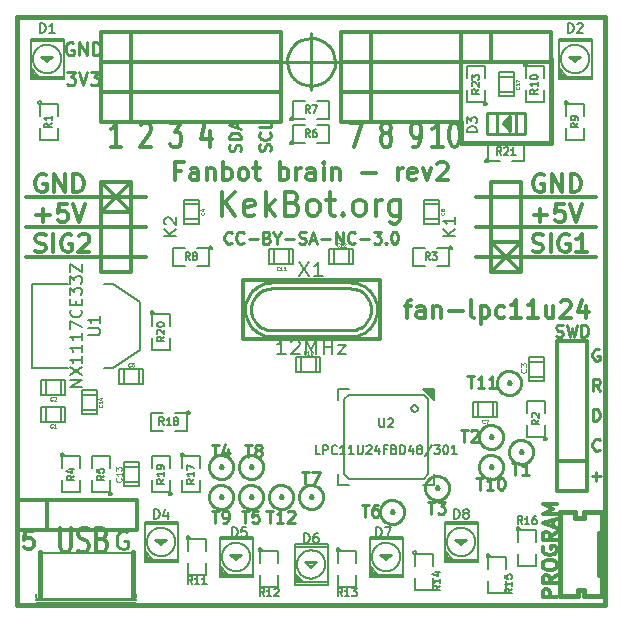
<source format=gto>
G04 (created by PCBNEW-RS274X (2012-01-19 BZR 3256)-stable) date 4/1/2013 11:25:46 AM*
G01*
G70*
G90*
%MOIN*%
G04 Gerber Fmt 3.4, Leading zero omitted, Abs format*
%FSLAX34Y34*%
G04 APERTURE LIST*
%ADD10C,0.006000*%
%ADD11C,0.012000*%
%ADD12C,0.009900*%
%ADD13C,0.015000*%
%ADD14C,0.011800*%
%ADD15C,0.010800*%
%ADD16C,0.007900*%
%ADD17C,0.008000*%
%ADD18C,0.005900*%
%ADD19C,0.005000*%
%ADD20C,0.010000*%
%ADD21C,0.007800*%
%ADD22C,0.002400*%
%ADD23C,0.004900*%
G04 APERTURE END LIST*
G54D10*
G54D11*
X40617Y-38645D02*
X40842Y-38645D01*
X40702Y-39039D02*
X40702Y-38532D01*
X40730Y-38476D01*
X40786Y-38448D01*
X40842Y-38448D01*
X41293Y-39039D02*
X41293Y-38729D01*
X41265Y-38673D01*
X41209Y-38645D01*
X41096Y-38645D01*
X41040Y-38673D01*
X41293Y-39011D02*
X41237Y-39039D01*
X41096Y-39039D01*
X41040Y-39011D01*
X41012Y-38954D01*
X41012Y-38898D01*
X41040Y-38842D01*
X41096Y-38814D01*
X41237Y-38814D01*
X41293Y-38785D01*
X41575Y-38645D02*
X41575Y-39039D01*
X41575Y-38701D02*
X41603Y-38673D01*
X41659Y-38645D01*
X41744Y-38645D01*
X41800Y-38673D01*
X41828Y-38729D01*
X41828Y-39039D01*
X42110Y-38814D02*
X42560Y-38814D01*
X42926Y-39039D02*
X42870Y-39011D01*
X42842Y-38954D01*
X42842Y-38448D01*
X43152Y-38645D02*
X43152Y-39236D01*
X43152Y-38673D02*
X43208Y-38645D01*
X43321Y-38645D01*
X43377Y-38673D01*
X43405Y-38701D01*
X43433Y-38757D01*
X43433Y-38926D01*
X43405Y-38982D01*
X43377Y-39011D01*
X43321Y-39039D01*
X43208Y-39039D01*
X43152Y-39011D01*
X43940Y-39011D02*
X43884Y-39039D01*
X43771Y-39039D01*
X43715Y-39011D01*
X43687Y-38982D01*
X43659Y-38926D01*
X43659Y-38757D01*
X43687Y-38701D01*
X43715Y-38673D01*
X43771Y-38645D01*
X43884Y-38645D01*
X43940Y-38673D01*
X44503Y-39039D02*
X44166Y-39039D01*
X44334Y-39039D02*
X44334Y-38448D01*
X44278Y-38532D01*
X44222Y-38588D01*
X44166Y-38617D01*
X45066Y-39039D02*
X44729Y-39039D01*
X44897Y-39039D02*
X44897Y-38448D01*
X44841Y-38532D01*
X44785Y-38588D01*
X44729Y-38617D01*
X45573Y-38645D02*
X45573Y-39039D01*
X45320Y-38645D02*
X45320Y-38954D01*
X45348Y-39011D01*
X45404Y-39039D01*
X45489Y-39039D01*
X45545Y-39011D01*
X45573Y-38982D01*
X45827Y-38504D02*
X45855Y-38476D01*
X45911Y-38448D01*
X46052Y-38448D01*
X46108Y-38476D01*
X46136Y-38504D01*
X46164Y-38560D01*
X46164Y-38617D01*
X46136Y-38701D01*
X45798Y-39039D01*
X46164Y-39039D01*
X46671Y-38645D02*
X46671Y-39039D01*
X46530Y-38420D02*
X46390Y-38842D01*
X46755Y-38842D01*
X33172Y-34129D02*
X32972Y-34129D01*
X32972Y-34439D02*
X32972Y-33848D01*
X33258Y-33848D01*
X33743Y-34439D02*
X33743Y-34129D01*
X33714Y-34073D01*
X33657Y-34045D01*
X33543Y-34045D01*
X33486Y-34073D01*
X33743Y-34411D02*
X33686Y-34439D01*
X33543Y-34439D01*
X33486Y-34411D01*
X33457Y-34354D01*
X33457Y-34298D01*
X33486Y-34242D01*
X33543Y-34214D01*
X33686Y-34214D01*
X33743Y-34185D01*
X34029Y-34045D02*
X34029Y-34439D01*
X34029Y-34101D02*
X34057Y-34073D01*
X34115Y-34045D01*
X34200Y-34045D01*
X34257Y-34073D01*
X34286Y-34129D01*
X34286Y-34439D01*
X34572Y-34439D02*
X34572Y-33848D01*
X34572Y-34073D02*
X34629Y-34045D01*
X34743Y-34045D01*
X34800Y-34073D01*
X34829Y-34101D01*
X34858Y-34157D01*
X34858Y-34326D01*
X34829Y-34382D01*
X34800Y-34411D01*
X34743Y-34439D01*
X34629Y-34439D01*
X34572Y-34411D01*
X35201Y-34439D02*
X35143Y-34411D01*
X35115Y-34382D01*
X35086Y-34326D01*
X35086Y-34157D01*
X35115Y-34101D01*
X35143Y-34073D01*
X35201Y-34045D01*
X35286Y-34045D01*
X35343Y-34073D01*
X35372Y-34101D01*
X35401Y-34157D01*
X35401Y-34326D01*
X35372Y-34382D01*
X35343Y-34411D01*
X35286Y-34439D01*
X35201Y-34439D01*
X35572Y-34045D02*
X35801Y-34045D01*
X35658Y-33848D02*
X35658Y-34354D01*
X35686Y-34411D01*
X35744Y-34439D01*
X35801Y-34439D01*
X36458Y-34439D02*
X36458Y-33848D01*
X36458Y-34073D02*
X36515Y-34045D01*
X36629Y-34045D01*
X36686Y-34073D01*
X36715Y-34101D01*
X36744Y-34157D01*
X36744Y-34326D01*
X36715Y-34382D01*
X36686Y-34411D01*
X36629Y-34439D01*
X36515Y-34439D01*
X36458Y-34411D01*
X37001Y-34439D02*
X37001Y-34045D01*
X37001Y-34157D02*
X37029Y-34101D01*
X37058Y-34073D01*
X37115Y-34045D01*
X37172Y-34045D01*
X37629Y-34439D02*
X37629Y-34129D01*
X37600Y-34073D01*
X37543Y-34045D01*
X37429Y-34045D01*
X37372Y-34073D01*
X37629Y-34411D02*
X37572Y-34439D01*
X37429Y-34439D01*
X37372Y-34411D01*
X37343Y-34354D01*
X37343Y-34298D01*
X37372Y-34242D01*
X37429Y-34214D01*
X37572Y-34214D01*
X37629Y-34185D01*
X37915Y-34439D02*
X37915Y-34045D01*
X37915Y-33848D02*
X37886Y-33876D01*
X37915Y-33904D01*
X37943Y-33876D01*
X37915Y-33848D01*
X37915Y-33904D01*
X38201Y-34045D02*
X38201Y-34439D01*
X38201Y-34101D02*
X38229Y-34073D01*
X38287Y-34045D01*
X38372Y-34045D01*
X38429Y-34073D01*
X38458Y-34129D01*
X38458Y-34439D01*
X39201Y-34214D02*
X39658Y-34214D01*
X40401Y-34439D02*
X40401Y-34045D01*
X40401Y-34157D02*
X40429Y-34101D01*
X40458Y-34073D01*
X40515Y-34045D01*
X40572Y-34045D01*
X41000Y-34411D02*
X40943Y-34439D01*
X40829Y-34439D01*
X40772Y-34411D01*
X40743Y-34354D01*
X40743Y-34129D01*
X40772Y-34073D01*
X40829Y-34045D01*
X40943Y-34045D01*
X41000Y-34073D01*
X41029Y-34129D01*
X41029Y-34185D01*
X40743Y-34242D01*
X41229Y-34045D02*
X41372Y-34439D01*
X41514Y-34045D01*
X41714Y-33904D02*
X41743Y-33876D01*
X41800Y-33848D01*
X41943Y-33848D01*
X42000Y-33876D01*
X42029Y-33904D01*
X42057Y-33960D01*
X42057Y-34017D01*
X42029Y-34101D01*
X41686Y-34439D01*
X42057Y-34439D01*
X28241Y-46148D02*
X27960Y-46148D01*
X27932Y-46429D01*
X27960Y-46401D01*
X28016Y-46373D01*
X28157Y-46373D01*
X28213Y-46401D01*
X28241Y-46429D01*
X28269Y-46485D01*
X28269Y-46626D01*
X28241Y-46682D01*
X28213Y-46711D01*
X28157Y-46739D01*
X28016Y-46739D01*
X27960Y-46711D01*
X27932Y-46682D01*
G54D12*
X31355Y-46176D02*
X31299Y-46148D01*
X31215Y-46148D01*
X31130Y-46176D01*
X31074Y-46232D01*
X31046Y-46288D01*
X31018Y-46401D01*
X31018Y-46485D01*
X31046Y-46598D01*
X31074Y-46654D01*
X31130Y-46711D01*
X31215Y-46739D01*
X31271Y-46739D01*
X31355Y-46711D01*
X31383Y-46682D01*
X31383Y-46485D01*
X31271Y-46485D01*
X45666Y-39641D02*
X45722Y-39659D01*
X45816Y-39659D01*
X45854Y-39641D01*
X45872Y-39622D01*
X45891Y-39584D01*
X45891Y-39547D01*
X45872Y-39509D01*
X45854Y-39491D01*
X45816Y-39472D01*
X45741Y-39453D01*
X45704Y-39434D01*
X45685Y-39416D01*
X45666Y-39378D01*
X45666Y-39341D01*
X45685Y-39303D01*
X45704Y-39284D01*
X45741Y-39265D01*
X45835Y-39265D01*
X45891Y-39284D01*
X46022Y-39265D02*
X46116Y-39659D01*
X46191Y-39378D01*
X46266Y-39659D01*
X46360Y-39265D01*
X46510Y-39659D02*
X46510Y-39265D01*
X46604Y-39265D01*
X46660Y-39284D01*
X46697Y-39322D01*
X46716Y-39359D01*
X46735Y-39434D01*
X46735Y-39491D01*
X46716Y-39566D01*
X46697Y-39603D01*
X46660Y-39641D01*
X46604Y-39659D01*
X46510Y-39659D01*
X46850Y-44309D02*
X47150Y-44309D01*
X47000Y-44459D02*
X47000Y-44159D01*
X47122Y-43422D02*
X47103Y-43441D01*
X47047Y-43459D01*
X47009Y-43459D01*
X46953Y-43441D01*
X46916Y-43403D01*
X46897Y-43366D01*
X46878Y-43291D01*
X46878Y-43234D01*
X46897Y-43159D01*
X46916Y-43122D01*
X46953Y-43084D01*
X47009Y-43065D01*
X47047Y-43065D01*
X47103Y-43084D01*
X47122Y-43103D01*
X46897Y-42459D02*
X46897Y-42065D01*
X46991Y-42065D01*
X47047Y-42084D01*
X47084Y-42122D01*
X47103Y-42159D01*
X47122Y-42234D01*
X47122Y-42291D01*
X47103Y-42366D01*
X47084Y-42403D01*
X47047Y-42441D01*
X46991Y-42459D01*
X46897Y-42459D01*
X47122Y-41459D02*
X46991Y-41272D01*
X46897Y-41459D02*
X46897Y-41065D01*
X47047Y-41065D01*
X47084Y-41084D01*
X47103Y-41103D01*
X47122Y-41141D01*
X47122Y-41197D01*
X47103Y-41234D01*
X47084Y-41253D01*
X47047Y-41272D01*
X46897Y-41272D01*
X47103Y-40084D02*
X47066Y-40065D01*
X47009Y-40065D01*
X46953Y-40084D01*
X46916Y-40122D01*
X46897Y-40159D01*
X46878Y-40234D01*
X46878Y-40291D01*
X46897Y-40366D01*
X46916Y-40403D01*
X46953Y-40441D01*
X47009Y-40459D01*
X47047Y-40459D01*
X47103Y-40441D01*
X47122Y-40422D01*
X47122Y-40291D01*
X47047Y-40291D01*
G54D13*
X45500Y-30400D02*
X45500Y-33200D01*
G54D11*
X29143Y-46024D02*
X29143Y-46671D01*
X29171Y-46748D01*
X29200Y-46786D01*
X29257Y-46824D01*
X29371Y-46824D01*
X29429Y-46786D01*
X29457Y-46748D01*
X29486Y-46671D01*
X29486Y-46024D01*
X29743Y-46786D02*
X29829Y-46824D01*
X29972Y-46824D01*
X30029Y-46786D01*
X30058Y-46748D01*
X30086Y-46671D01*
X30086Y-46595D01*
X30058Y-46519D01*
X30029Y-46481D01*
X29972Y-46443D01*
X29858Y-46405D01*
X29800Y-46367D01*
X29772Y-46329D01*
X29743Y-46252D01*
X29743Y-46176D01*
X29772Y-46100D01*
X29800Y-46062D01*
X29858Y-46024D01*
X30000Y-46024D01*
X30086Y-46062D01*
X30543Y-46405D02*
X30629Y-46443D01*
X30657Y-46481D01*
X30686Y-46557D01*
X30686Y-46671D01*
X30657Y-46748D01*
X30629Y-46786D01*
X30571Y-46824D01*
X30343Y-46824D01*
X30343Y-46024D01*
X30543Y-46024D01*
X30600Y-46062D01*
X30629Y-46100D01*
X30657Y-46176D01*
X30657Y-46252D01*
X30629Y-46329D01*
X30600Y-46367D01*
X30543Y-46405D01*
X30343Y-46405D01*
X34520Y-35624D02*
X34520Y-34824D01*
X34970Y-35624D02*
X34633Y-35167D01*
X34970Y-34824D02*
X34520Y-35281D01*
X35607Y-35586D02*
X35532Y-35624D01*
X35382Y-35624D01*
X35307Y-35586D01*
X35270Y-35510D01*
X35270Y-35205D01*
X35307Y-35129D01*
X35382Y-35090D01*
X35532Y-35090D01*
X35607Y-35129D01*
X35645Y-35205D01*
X35645Y-35281D01*
X35270Y-35357D01*
X35982Y-35624D02*
X35982Y-34824D01*
X36057Y-35319D02*
X36282Y-35624D01*
X36282Y-35090D02*
X35982Y-35395D01*
X36882Y-35205D02*
X36994Y-35243D01*
X37032Y-35281D01*
X37069Y-35357D01*
X37069Y-35471D01*
X37032Y-35548D01*
X36994Y-35586D01*
X36919Y-35624D01*
X36619Y-35624D01*
X36619Y-34824D01*
X36882Y-34824D01*
X36957Y-34862D01*
X36994Y-34900D01*
X37032Y-34976D01*
X37032Y-35052D01*
X36994Y-35129D01*
X36957Y-35167D01*
X36882Y-35205D01*
X36619Y-35205D01*
X37519Y-35624D02*
X37444Y-35586D01*
X37406Y-35548D01*
X37369Y-35471D01*
X37369Y-35243D01*
X37406Y-35167D01*
X37444Y-35129D01*
X37519Y-35090D01*
X37631Y-35090D01*
X37706Y-35129D01*
X37744Y-35167D01*
X37781Y-35243D01*
X37781Y-35471D01*
X37744Y-35548D01*
X37706Y-35586D01*
X37631Y-35624D01*
X37519Y-35624D01*
X38006Y-35090D02*
X38306Y-35090D01*
X38118Y-34824D02*
X38118Y-35510D01*
X38156Y-35586D01*
X38231Y-35624D01*
X38306Y-35624D01*
X38568Y-35548D02*
X38606Y-35586D01*
X38568Y-35624D01*
X38531Y-35586D01*
X38568Y-35548D01*
X38568Y-35624D01*
X39056Y-35624D02*
X38981Y-35586D01*
X38943Y-35548D01*
X38906Y-35471D01*
X38906Y-35243D01*
X38943Y-35167D01*
X38981Y-35129D01*
X39056Y-35090D01*
X39168Y-35090D01*
X39243Y-35129D01*
X39281Y-35167D01*
X39318Y-35243D01*
X39318Y-35471D01*
X39281Y-35548D01*
X39243Y-35586D01*
X39168Y-35624D01*
X39056Y-35624D01*
X39655Y-35624D02*
X39655Y-35090D01*
X39655Y-35243D02*
X39693Y-35167D01*
X39730Y-35129D01*
X39805Y-35090D01*
X39880Y-35090D01*
X40480Y-35090D02*
X40480Y-35738D01*
X40442Y-35814D01*
X40405Y-35852D01*
X40330Y-35890D01*
X40217Y-35890D01*
X40142Y-35852D01*
X40480Y-35586D02*
X40405Y-35624D01*
X40255Y-35624D01*
X40180Y-35586D01*
X40142Y-35548D01*
X40105Y-35471D01*
X40105Y-35243D01*
X40142Y-35167D01*
X40180Y-35129D01*
X40255Y-35090D01*
X40405Y-35090D01*
X40480Y-35129D01*
G54D13*
X42500Y-33200D02*
X42500Y-32500D01*
X45500Y-33200D02*
X42500Y-33200D01*
G54D11*
X28314Y-36811D02*
X28400Y-36839D01*
X28543Y-36839D01*
X28600Y-36811D01*
X28629Y-36782D01*
X28657Y-36726D01*
X28657Y-36670D01*
X28629Y-36614D01*
X28600Y-36585D01*
X28543Y-36557D01*
X28429Y-36529D01*
X28371Y-36501D01*
X28343Y-36473D01*
X28314Y-36417D01*
X28314Y-36360D01*
X28343Y-36304D01*
X28371Y-36276D01*
X28429Y-36248D01*
X28571Y-36248D01*
X28657Y-36276D01*
X28914Y-36839D02*
X28914Y-36248D01*
X29514Y-36276D02*
X29457Y-36248D01*
X29371Y-36248D01*
X29286Y-36276D01*
X29228Y-36332D01*
X29200Y-36388D01*
X29171Y-36501D01*
X29171Y-36585D01*
X29200Y-36698D01*
X29228Y-36754D01*
X29286Y-36811D01*
X29371Y-36839D01*
X29428Y-36839D01*
X29514Y-36811D01*
X29543Y-36782D01*
X29543Y-36585D01*
X29428Y-36585D01*
X29771Y-36304D02*
X29800Y-36276D01*
X29857Y-36248D01*
X30000Y-36248D01*
X30057Y-36276D01*
X30086Y-36304D01*
X30114Y-36360D01*
X30114Y-36417D01*
X30086Y-36501D01*
X29743Y-36839D01*
X30114Y-36839D01*
X28657Y-34276D02*
X28600Y-34248D01*
X28514Y-34248D01*
X28429Y-34276D01*
X28371Y-34332D01*
X28343Y-34388D01*
X28314Y-34501D01*
X28314Y-34585D01*
X28343Y-34698D01*
X28371Y-34754D01*
X28429Y-34811D01*
X28514Y-34839D01*
X28571Y-34839D01*
X28657Y-34811D01*
X28686Y-34782D01*
X28686Y-34585D01*
X28571Y-34585D01*
X28943Y-34839D02*
X28943Y-34248D01*
X29286Y-34839D01*
X29286Y-34248D01*
X29572Y-34839D02*
X29572Y-34248D01*
X29715Y-34248D01*
X29800Y-34276D01*
X29858Y-34332D01*
X29886Y-34388D01*
X29915Y-34501D01*
X29915Y-34585D01*
X29886Y-34698D01*
X29858Y-34754D01*
X29800Y-34811D01*
X29715Y-34839D01*
X29572Y-34839D01*
X28343Y-35614D02*
X28800Y-35614D01*
X28571Y-35839D02*
X28571Y-35388D01*
X29372Y-35248D02*
X29086Y-35248D01*
X29057Y-35529D01*
X29086Y-35501D01*
X29143Y-35473D01*
X29286Y-35473D01*
X29343Y-35501D01*
X29372Y-35529D01*
X29400Y-35585D01*
X29400Y-35726D01*
X29372Y-35782D01*
X29343Y-35811D01*
X29286Y-35839D01*
X29143Y-35839D01*
X29086Y-35811D01*
X29057Y-35782D01*
X29571Y-35248D02*
X29771Y-35839D01*
X29971Y-35248D01*
X44915Y-35614D02*
X45372Y-35614D01*
X45143Y-35839D02*
X45143Y-35388D01*
X45944Y-35248D02*
X45658Y-35248D01*
X45629Y-35529D01*
X45658Y-35501D01*
X45715Y-35473D01*
X45858Y-35473D01*
X45915Y-35501D01*
X45944Y-35529D01*
X45972Y-35585D01*
X45972Y-35726D01*
X45944Y-35782D01*
X45915Y-35811D01*
X45858Y-35839D01*
X45715Y-35839D01*
X45658Y-35811D01*
X45629Y-35782D01*
X46143Y-35248D02*
X46343Y-35839D01*
X46543Y-35248D01*
X45249Y-34276D02*
X45193Y-34248D01*
X45109Y-34248D01*
X45024Y-34276D01*
X44968Y-34332D01*
X44940Y-34388D01*
X44912Y-34501D01*
X44912Y-34585D01*
X44940Y-34698D01*
X44968Y-34754D01*
X45024Y-34811D01*
X45109Y-34839D01*
X45165Y-34839D01*
X45249Y-34811D01*
X45277Y-34782D01*
X45277Y-34585D01*
X45165Y-34585D01*
X45531Y-34839D02*
X45531Y-34248D01*
X45868Y-34839D01*
X45868Y-34248D01*
X46150Y-34839D02*
X46150Y-34248D01*
X46290Y-34248D01*
X46375Y-34276D01*
X46431Y-34332D01*
X46459Y-34388D01*
X46487Y-34501D01*
X46487Y-34585D01*
X46459Y-34698D01*
X46431Y-34754D01*
X46375Y-34811D01*
X46290Y-34839D01*
X46150Y-34839D01*
X44886Y-36811D02*
X44972Y-36839D01*
X45115Y-36839D01*
X45172Y-36811D01*
X45201Y-36782D01*
X45229Y-36726D01*
X45229Y-36670D01*
X45201Y-36614D01*
X45172Y-36585D01*
X45115Y-36557D01*
X45001Y-36529D01*
X44943Y-36501D01*
X44915Y-36473D01*
X44886Y-36417D01*
X44886Y-36360D01*
X44915Y-36304D01*
X44943Y-36276D01*
X45001Y-36248D01*
X45143Y-36248D01*
X45229Y-36276D01*
X45486Y-36839D02*
X45486Y-36248D01*
X46086Y-36276D02*
X46029Y-36248D01*
X45943Y-36248D01*
X45858Y-36276D01*
X45800Y-36332D01*
X45772Y-36388D01*
X45743Y-36501D01*
X45743Y-36585D01*
X45772Y-36698D01*
X45800Y-36754D01*
X45858Y-36811D01*
X45943Y-36839D01*
X46000Y-36839D01*
X46086Y-36811D01*
X46115Y-36782D01*
X46115Y-36585D01*
X46000Y-36585D01*
X46686Y-36839D02*
X46343Y-36839D01*
X46515Y-36839D02*
X46515Y-36248D01*
X46458Y-36332D01*
X46400Y-36388D01*
X46343Y-36417D01*
G54D14*
X45691Y-48351D02*
X45219Y-48351D01*
X45219Y-48171D01*
X45242Y-48126D01*
X45264Y-48103D01*
X45309Y-48081D01*
X45376Y-48081D01*
X45421Y-48103D01*
X45444Y-48126D01*
X45466Y-48171D01*
X45466Y-48351D01*
X45691Y-47609D02*
X45466Y-47766D01*
X45691Y-47879D02*
X45219Y-47879D01*
X45219Y-47699D01*
X45242Y-47654D01*
X45264Y-47631D01*
X45309Y-47609D01*
X45376Y-47609D01*
X45421Y-47631D01*
X45444Y-47654D01*
X45466Y-47699D01*
X45466Y-47879D01*
X45219Y-47317D02*
X45219Y-47227D01*
X45242Y-47182D01*
X45286Y-47137D01*
X45376Y-47114D01*
X45534Y-47114D01*
X45624Y-47137D01*
X45669Y-47182D01*
X45691Y-47227D01*
X45691Y-47317D01*
X45669Y-47362D01*
X45624Y-47407D01*
X45534Y-47429D01*
X45376Y-47429D01*
X45286Y-47407D01*
X45242Y-47362D01*
X45219Y-47317D01*
X45242Y-46665D02*
X45219Y-46710D01*
X45219Y-46778D01*
X45242Y-46845D01*
X45286Y-46890D01*
X45331Y-46913D01*
X45421Y-46935D01*
X45489Y-46935D01*
X45579Y-46913D01*
X45624Y-46890D01*
X45669Y-46845D01*
X45691Y-46778D01*
X45691Y-46733D01*
X45669Y-46665D01*
X45646Y-46643D01*
X45489Y-46643D01*
X45489Y-46733D01*
X45691Y-46171D02*
X45466Y-46328D01*
X45691Y-46441D02*
X45219Y-46441D01*
X45219Y-46261D01*
X45242Y-46216D01*
X45264Y-46193D01*
X45309Y-46171D01*
X45376Y-46171D01*
X45421Y-46193D01*
X45444Y-46216D01*
X45466Y-46261D01*
X45466Y-46441D01*
X45556Y-45991D02*
X45556Y-45766D01*
X45691Y-46036D02*
X45219Y-45879D01*
X45691Y-45721D01*
X45691Y-45564D02*
X45219Y-45564D01*
X45556Y-45406D01*
X45219Y-45249D01*
X45691Y-45249D01*
G54D12*
X36141Y-33469D02*
X36159Y-33413D01*
X36159Y-33319D01*
X36141Y-33281D01*
X36122Y-33263D01*
X36084Y-33244D01*
X36047Y-33244D01*
X36009Y-33263D01*
X35991Y-33281D01*
X35972Y-33319D01*
X35953Y-33394D01*
X35934Y-33431D01*
X35916Y-33450D01*
X35878Y-33469D01*
X35841Y-33469D01*
X35803Y-33450D01*
X35784Y-33431D01*
X35765Y-33394D01*
X35765Y-33300D01*
X35784Y-33244D01*
X36122Y-32850D02*
X36141Y-32869D01*
X36159Y-32925D01*
X36159Y-32963D01*
X36141Y-33019D01*
X36103Y-33056D01*
X36066Y-33075D01*
X35991Y-33094D01*
X35934Y-33094D01*
X35859Y-33075D01*
X35822Y-33056D01*
X35784Y-33019D01*
X35765Y-32963D01*
X35765Y-32925D01*
X35784Y-32869D01*
X35803Y-32850D01*
X36159Y-32494D02*
X36159Y-32681D01*
X35765Y-32681D01*
X35141Y-33478D02*
X35159Y-33422D01*
X35159Y-33328D01*
X35141Y-33290D01*
X35122Y-33272D01*
X35084Y-33253D01*
X35047Y-33253D01*
X35009Y-33272D01*
X34991Y-33290D01*
X34972Y-33328D01*
X34953Y-33403D01*
X34934Y-33440D01*
X34916Y-33459D01*
X34878Y-33478D01*
X34841Y-33478D01*
X34803Y-33459D01*
X34784Y-33440D01*
X34765Y-33403D01*
X34765Y-33309D01*
X34784Y-33253D01*
X35159Y-33084D02*
X34765Y-33084D01*
X34765Y-32990D01*
X34784Y-32934D01*
X34822Y-32897D01*
X34859Y-32878D01*
X34934Y-32859D01*
X34991Y-32859D01*
X35066Y-32878D01*
X35103Y-32897D01*
X35141Y-32934D01*
X35159Y-32990D01*
X35159Y-33084D01*
X35047Y-32709D02*
X35047Y-32521D01*
X35159Y-32746D02*
X34765Y-32615D01*
X35159Y-32484D01*
X34854Y-36522D02*
X34835Y-36541D01*
X34779Y-36559D01*
X34741Y-36559D01*
X34685Y-36541D01*
X34648Y-36503D01*
X34629Y-36466D01*
X34610Y-36391D01*
X34610Y-36334D01*
X34629Y-36259D01*
X34648Y-36222D01*
X34685Y-36184D01*
X34741Y-36165D01*
X34779Y-36165D01*
X34835Y-36184D01*
X34854Y-36203D01*
X35248Y-36522D02*
X35229Y-36541D01*
X35173Y-36559D01*
X35135Y-36559D01*
X35079Y-36541D01*
X35042Y-36503D01*
X35023Y-36466D01*
X35004Y-36391D01*
X35004Y-36334D01*
X35023Y-36259D01*
X35042Y-36222D01*
X35079Y-36184D01*
X35135Y-36165D01*
X35173Y-36165D01*
X35229Y-36184D01*
X35248Y-36203D01*
X35417Y-36409D02*
X35717Y-36409D01*
X36036Y-36353D02*
X36092Y-36372D01*
X36111Y-36391D01*
X36130Y-36428D01*
X36130Y-36484D01*
X36111Y-36522D01*
X36092Y-36541D01*
X36055Y-36559D01*
X35905Y-36559D01*
X35905Y-36165D01*
X36036Y-36165D01*
X36074Y-36184D01*
X36092Y-36203D01*
X36111Y-36241D01*
X36111Y-36278D01*
X36092Y-36316D01*
X36074Y-36334D01*
X36036Y-36353D01*
X35905Y-36353D01*
X36374Y-36372D02*
X36374Y-36559D01*
X36243Y-36165D02*
X36374Y-36372D01*
X36505Y-36165D01*
X36637Y-36409D02*
X36937Y-36409D01*
X37106Y-36541D02*
X37162Y-36559D01*
X37256Y-36559D01*
X37294Y-36541D01*
X37312Y-36522D01*
X37331Y-36484D01*
X37331Y-36447D01*
X37312Y-36409D01*
X37294Y-36391D01*
X37256Y-36372D01*
X37181Y-36353D01*
X37144Y-36334D01*
X37125Y-36316D01*
X37106Y-36278D01*
X37106Y-36241D01*
X37125Y-36203D01*
X37144Y-36184D01*
X37181Y-36165D01*
X37275Y-36165D01*
X37331Y-36184D01*
X37481Y-36447D02*
X37669Y-36447D01*
X37444Y-36559D02*
X37575Y-36165D01*
X37706Y-36559D01*
X37838Y-36409D02*
X38138Y-36409D01*
X38326Y-36559D02*
X38326Y-36165D01*
X38551Y-36559D01*
X38551Y-36165D01*
X38964Y-36522D02*
X38945Y-36541D01*
X38889Y-36559D01*
X38851Y-36559D01*
X38795Y-36541D01*
X38758Y-36503D01*
X38739Y-36466D01*
X38720Y-36391D01*
X38720Y-36334D01*
X38739Y-36259D01*
X38758Y-36222D01*
X38795Y-36184D01*
X38851Y-36165D01*
X38889Y-36165D01*
X38945Y-36184D01*
X38964Y-36203D01*
X39133Y-36409D02*
X39433Y-36409D01*
X39583Y-36165D02*
X39827Y-36165D01*
X39696Y-36316D01*
X39752Y-36316D01*
X39790Y-36334D01*
X39808Y-36353D01*
X39827Y-36391D01*
X39827Y-36484D01*
X39808Y-36522D01*
X39790Y-36541D01*
X39752Y-36559D01*
X39640Y-36559D01*
X39602Y-36541D01*
X39583Y-36522D01*
X39996Y-36522D02*
X40015Y-36541D01*
X39996Y-36559D01*
X39977Y-36541D01*
X39996Y-36522D01*
X39996Y-36559D01*
X40259Y-36165D02*
X40296Y-36165D01*
X40334Y-36184D01*
X40353Y-36203D01*
X40371Y-36241D01*
X40390Y-36316D01*
X40390Y-36409D01*
X40371Y-36484D01*
X40353Y-36522D01*
X40334Y-36541D01*
X40296Y-36559D01*
X40259Y-36559D01*
X40221Y-36541D01*
X40203Y-36522D01*
X40184Y-36484D01*
X40165Y-36409D01*
X40165Y-36316D01*
X40184Y-36241D01*
X40203Y-36203D01*
X40221Y-36184D01*
X40259Y-36165D01*
G54D11*
X41886Y-33324D02*
X41543Y-33324D01*
X41715Y-33324D02*
X41715Y-32524D01*
X41658Y-32638D01*
X41600Y-32714D01*
X41543Y-32752D01*
X42257Y-32524D02*
X42314Y-32524D01*
X42371Y-32562D01*
X42400Y-32600D01*
X42429Y-32676D01*
X42457Y-32829D01*
X42457Y-33019D01*
X42429Y-33171D01*
X42400Y-33248D01*
X42371Y-33286D01*
X42314Y-33324D01*
X42257Y-33324D01*
X42200Y-33286D01*
X42171Y-33248D01*
X42143Y-33171D01*
X42114Y-33019D01*
X42114Y-32829D01*
X42143Y-32676D01*
X42171Y-32600D01*
X42200Y-32562D01*
X42257Y-32524D01*
X40886Y-33324D02*
X41001Y-33324D01*
X41058Y-33286D01*
X41086Y-33248D01*
X41144Y-33133D01*
X41172Y-32981D01*
X41172Y-32676D01*
X41144Y-32600D01*
X41115Y-32562D01*
X41058Y-32524D01*
X40944Y-32524D01*
X40886Y-32562D01*
X40858Y-32600D01*
X40829Y-32676D01*
X40829Y-32867D01*
X40858Y-32943D01*
X40886Y-32981D01*
X40944Y-33019D01*
X41058Y-33019D01*
X41115Y-32981D01*
X41144Y-32943D01*
X41172Y-32867D01*
X39944Y-32867D02*
X39886Y-32829D01*
X39858Y-32790D01*
X39829Y-32714D01*
X39829Y-32676D01*
X39858Y-32600D01*
X39886Y-32562D01*
X39944Y-32524D01*
X40058Y-32524D01*
X40115Y-32562D01*
X40144Y-32600D01*
X40172Y-32676D01*
X40172Y-32714D01*
X40144Y-32790D01*
X40115Y-32829D01*
X40058Y-32867D01*
X39944Y-32867D01*
X39886Y-32905D01*
X39858Y-32943D01*
X39829Y-33019D01*
X39829Y-33171D01*
X39858Y-33248D01*
X39886Y-33286D01*
X39944Y-33324D01*
X40058Y-33324D01*
X40115Y-33286D01*
X40144Y-33248D01*
X40172Y-33171D01*
X40172Y-33019D01*
X40144Y-32943D01*
X40115Y-32905D01*
X40058Y-32867D01*
X38801Y-32524D02*
X39201Y-32524D01*
X38944Y-33324D01*
X34115Y-32790D02*
X34115Y-33324D01*
X33972Y-32486D02*
X33829Y-33057D01*
X34201Y-33057D01*
X32801Y-32524D02*
X33172Y-32524D01*
X32972Y-32829D01*
X33058Y-32829D01*
X33115Y-32867D01*
X33144Y-32905D01*
X33172Y-32981D01*
X33172Y-33171D01*
X33144Y-33248D01*
X33115Y-33286D01*
X33058Y-33324D01*
X32886Y-33324D01*
X32829Y-33286D01*
X32801Y-33248D01*
X31829Y-32600D02*
X31858Y-32562D01*
X31915Y-32524D01*
X32058Y-32524D01*
X32115Y-32562D01*
X32144Y-32600D01*
X32172Y-32676D01*
X32172Y-32752D01*
X32144Y-32867D01*
X31801Y-33324D01*
X32172Y-33324D01*
X31172Y-33324D02*
X30829Y-33324D01*
X31001Y-33324D02*
X31001Y-32524D01*
X30944Y-32638D01*
X30886Y-32714D01*
X30829Y-32752D01*
G54D15*
X29570Y-29862D02*
X29529Y-29842D01*
X29467Y-29842D01*
X29405Y-29862D01*
X29364Y-29904D01*
X29343Y-29945D01*
X29322Y-30027D01*
X29322Y-30089D01*
X29343Y-30172D01*
X29364Y-30213D01*
X29405Y-30254D01*
X29467Y-30275D01*
X29508Y-30275D01*
X29570Y-30254D01*
X29591Y-30234D01*
X29591Y-30089D01*
X29508Y-30089D01*
X29776Y-30275D02*
X29776Y-29842D01*
X30024Y-30275D01*
X30024Y-29842D01*
X30230Y-30275D02*
X30230Y-29842D01*
X30333Y-29842D01*
X30395Y-29862D01*
X30436Y-29904D01*
X30457Y-29945D01*
X30478Y-30027D01*
X30478Y-30089D01*
X30457Y-30172D01*
X30436Y-30213D01*
X30395Y-30254D01*
X30333Y-30275D01*
X30230Y-30275D01*
X29365Y-30842D02*
X29633Y-30842D01*
X29489Y-31007D01*
X29550Y-31007D01*
X29592Y-31027D01*
X29612Y-31048D01*
X29633Y-31089D01*
X29633Y-31192D01*
X29612Y-31234D01*
X29592Y-31254D01*
X29550Y-31275D01*
X29427Y-31275D01*
X29385Y-31254D01*
X29365Y-31234D01*
X29756Y-30842D02*
X29901Y-31275D01*
X30045Y-30842D01*
X30148Y-30842D02*
X30416Y-30842D01*
X30272Y-31007D01*
X30333Y-31007D01*
X30375Y-31027D01*
X30395Y-31048D01*
X30416Y-31089D01*
X30416Y-31192D01*
X30395Y-31234D01*
X30375Y-31254D01*
X30333Y-31275D01*
X30210Y-31275D01*
X30168Y-31254D01*
X30148Y-31234D01*
G54D13*
X27700Y-48600D02*
X27700Y-29000D01*
X47300Y-48600D02*
X27700Y-48600D01*
X47300Y-29000D02*
X47300Y-48600D01*
X27700Y-29000D02*
X47300Y-29000D01*
X31550Y-46850D02*
X31550Y-48350D01*
X28450Y-46850D02*
X28450Y-48300D01*
G54D16*
X28346Y-48387D02*
X31654Y-48387D01*
X28346Y-48527D02*
X31654Y-48527D01*
X31654Y-48327D02*
X31654Y-48248D01*
X31654Y-48448D02*
X28346Y-48448D01*
X28346Y-48248D02*
X28346Y-48327D01*
X28465Y-46858D02*
X31535Y-46858D01*
G54D13*
X47100Y-47600D02*
X47100Y-46200D01*
X45800Y-48300D02*
X45800Y-45500D01*
X45800Y-45500D02*
X46300Y-45500D01*
X46300Y-45500D02*
X46300Y-45700D01*
X46300Y-45700D02*
X46600Y-45700D01*
X46600Y-45700D02*
X46600Y-45500D01*
X46600Y-45500D02*
X47200Y-45500D01*
X47200Y-45500D02*
X47200Y-48300D01*
X47200Y-48300D02*
X46600Y-48300D01*
X46600Y-48300D02*
X46600Y-48100D01*
X46600Y-48100D02*
X46400Y-48100D01*
X46400Y-48100D02*
X46400Y-48300D01*
X46400Y-48300D02*
X45800Y-48300D01*
G54D11*
X43500Y-37500D02*
X44500Y-36500D01*
X43500Y-36500D02*
X44500Y-37500D01*
X43500Y-37500D02*
X43500Y-34500D01*
X43500Y-34500D02*
X44500Y-34500D01*
X44500Y-34500D02*
X44500Y-37500D01*
X43500Y-36500D02*
X44500Y-36500D01*
X43000Y-37000D02*
X47000Y-37000D01*
X47000Y-35000D02*
X43000Y-35000D01*
X43000Y-36000D02*
X47000Y-36000D01*
X44500Y-37500D02*
X43500Y-37500D01*
X31500Y-34500D02*
X30500Y-35500D01*
X31500Y-35500D02*
X30500Y-34500D01*
X31500Y-34500D02*
X31500Y-37500D01*
X31500Y-37500D02*
X30500Y-37500D01*
X30500Y-37500D02*
X30500Y-34500D01*
X31500Y-35500D02*
X30500Y-35500D01*
X32000Y-35000D02*
X28000Y-35000D01*
X28000Y-37000D02*
X32000Y-37000D01*
X32000Y-36000D02*
X28000Y-36000D01*
X30500Y-34500D02*
X31500Y-34500D01*
G54D17*
X29400Y-37900D02*
X28200Y-37900D01*
X28200Y-37900D02*
X28200Y-40700D01*
X28200Y-40700D02*
X29400Y-40700D01*
X30600Y-37900D02*
X30900Y-37900D01*
X30900Y-37900D02*
X31800Y-38500D01*
X31800Y-38500D02*
X31800Y-40100D01*
X31800Y-40100D02*
X30900Y-40700D01*
X30900Y-40700D02*
X30600Y-40700D01*
G54D18*
X41614Y-41465D02*
X41535Y-41386D01*
X41457Y-41386D02*
X41614Y-41543D01*
X41614Y-41622D02*
X41378Y-41386D01*
X41299Y-41386D02*
X41614Y-41701D01*
X41220Y-41386D02*
X41614Y-41386D01*
X41614Y-41386D02*
X41614Y-41780D01*
X41614Y-41780D02*
X41220Y-41386D01*
X38386Y-41780D02*
X38386Y-41386D01*
X38386Y-41386D02*
X38780Y-41386D01*
X38780Y-44614D02*
X38386Y-44614D01*
X38386Y-44614D02*
X38386Y-44220D01*
X41614Y-44220D02*
X41614Y-44614D01*
X41614Y-44614D02*
X41220Y-44614D01*
G54D19*
X41061Y-42050D02*
X41058Y-42071D01*
X41052Y-42092D01*
X41042Y-42111D01*
X41028Y-42128D01*
X41012Y-42142D01*
X40993Y-42152D01*
X40972Y-42158D01*
X40950Y-42160D01*
X40930Y-42159D01*
X40909Y-42152D01*
X40890Y-42142D01*
X40873Y-42129D01*
X40859Y-42112D01*
X40848Y-42093D01*
X40842Y-42073D01*
X40840Y-42051D01*
X40841Y-42030D01*
X40847Y-42010D01*
X40857Y-41990D01*
X40871Y-41973D01*
X40887Y-41959D01*
X40906Y-41949D01*
X40927Y-41942D01*
X40948Y-41940D01*
X40969Y-41941D01*
X40990Y-41947D01*
X41009Y-41957D01*
X41026Y-41970D01*
X41040Y-41987D01*
X41051Y-42005D01*
X41058Y-42026D01*
X41060Y-42047D01*
X41061Y-42050D01*
X38600Y-41750D02*
X38750Y-41600D01*
X38750Y-41600D02*
X41250Y-41600D01*
X41250Y-41600D02*
X41400Y-41750D01*
X41400Y-41750D02*
X41400Y-44250D01*
X41400Y-44250D02*
X41250Y-44400D01*
X41250Y-44400D02*
X38750Y-44400D01*
X38750Y-44400D02*
X38600Y-44250D01*
X38600Y-44250D02*
X38600Y-41750D01*
G54D20*
X44000Y-32629D02*
X44000Y-32511D01*
X44039Y-32432D02*
X44039Y-32668D01*
X44118Y-32786D02*
X44118Y-32314D01*
X44118Y-32314D02*
X43882Y-32550D01*
X43882Y-32550D02*
X44118Y-32786D01*
X43685Y-32196D02*
X43685Y-32904D01*
X44315Y-32904D02*
X44315Y-32196D01*
X44630Y-32904D02*
X43370Y-32904D01*
X43370Y-32904D02*
X43370Y-32196D01*
X43370Y-32196D02*
X44630Y-32196D01*
X44630Y-32196D02*
X44630Y-32904D01*
G54D11*
X42500Y-30500D02*
X42500Y-29500D01*
X42500Y-29500D02*
X45500Y-29500D01*
X45500Y-29500D02*
X45500Y-30500D01*
X45500Y-30500D02*
X42500Y-30500D01*
X43500Y-29500D02*
X43500Y-30500D01*
G54D14*
X35217Y-37766D02*
X35217Y-39734D01*
X35217Y-39734D02*
X39783Y-39734D01*
X39783Y-39734D02*
X39783Y-37766D01*
X39783Y-37766D02*
X35217Y-37766D01*
G54D20*
X39700Y-38750D02*
X39696Y-38672D01*
X39686Y-38594D01*
X39669Y-38518D01*
X39645Y-38443D01*
X39615Y-38370D01*
X39579Y-38301D01*
X39537Y-38234D01*
X39489Y-38172D01*
X39436Y-38114D01*
X39378Y-38061D01*
X39316Y-38013D01*
X39250Y-37971D01*
X39180Y-37935D01*
X39107Y-37905D01*
X39032Y-37881D01*
X38956Y-37864D01*
X38878Y-37854D01*
X38800Y-37850D01*
X36200Y-39450D02*
X38800Y-39450D01*
X38800Y-38050D02*
X36200Y-38050D01*
X38800Y-39450D02*
X38861Y-39447D01*
X38921Y-39439D01*
X38981Y-39426D01*
X39039Y-39407D01*
X39095Y-39384D01*
X39150Y-39356D01*
X39201Y-39323D01*
X39249Y-39286D01*
X39294Y-39244D01*
X39336Y-39199D01*
X39373Y-39151D01*
X39406Y-39099D01*
X39434Y-39045D01*
X39457Y-38989D01*
X39476Y-38931D01*
X39489Y-38871D01*
X39497Y-38811D01*
X39500Y-38750D01*
X39500Y-38750D02*
X39497Y-38689D01*
X39489Y-38629D01*
X39476Y-38569D01*
X39457Y-38511D01*
X39434Y-38455D01*
X39406Y-38401D01*
X39373Y-38349D01*
X39336Y-38301D01*
X39294Y-38256D01*
X39249Y-38214D01*
X39201Y-38177D01*
X39150Y-38144D01*
X39095Y-38116D01*
X39039Y-38093D01*
X38981Y-38074D01*
X38921Y-38061D01*
X38861Y-38053D01*
X38800Y-38050D01*
X35500Y-38750D02*
X35503Y-38811D01*
X35511Y-38871D01*
X35524Y-38931D01*
X35543Y-38989D01*
X35566Y-39045D01*
X35594Y-39099D01*
X35627Y-39151D01*
X35664Y-39199D01*
X35706Y-39244D01*
X35751Y-39286D01*
X35799Y-39323D01*
X35851Y-39356D01*
X35905Y-39384D01*
X35961Y-39407D01*
X36019Y-39426D01*
X36079Y-39439D01*
X36139Y-39447D01*
X36200Y-39450D01*
X36200Y-38050D02*
X36139Y-38053D01*
X36079Y-38061D01*
X36019Y-38074D01*
X35961Y-38093D01*
X35905Y-38116D01*
X35851Y-38144D01*
X35799Y-38177D01*
X35751Y-38214D01*
X35706Y-38256D01*
X35664Y-38301D01*
X35627Y-38349D01*
X35594Y-38401D01*
X35566Y-38455D01*
X35543Y-38511D01*
X35524Y-38569D01*
X35511Y-38629D01*
X35503Y-38689D01*
X35500Y-38750D01*
X38800Y-39650D02*
X38878Y-39646D01*
X38956Y-39636D01*
X39032Y-39619D01*
X39107Y-39595D01*
X39180Y-39565D01*
X39250Y-39529D01*
X39316Y-39487D01*
X39378Y-39439D01*
X39436Y-39386D01*
X39489Y-39328D01*
X39537Y-39266D01*
X39579Y-39199D01*
X39615Y-39130D01*
X39645Y-39057D01*
X39669Y-38982D01*
X39686Y-38906D01*
X39696Y-38828D01*
X39700Y-38750D01*
X38800Y-39650D02*
X36200Y-39650D01*
X36200Y-37850D02*
X38800Y-37850D01*
X35300Y-38750D02*
X35304Y-38828D01*
X35314Y-38906D01*
X35331Y-38982D01*
X35355Y-39057D01*
X35385Y-39130D01*
X35421Y-39199D01*
X35463Y-39266D01*
X35511Y-39328D01*
X35564Y-39386D01*
X35622Y-39439D01*
X35684Y-39487D01*
X35751Y-39529D01*
X35820Y-39565D01*
X35893Y-39595D01*
X35968Y-39619D01*
X36044Y-39636D01*
X36122Y-39646D01*
X36200Y-39650D01*
X36200Y-37850D02*
X36122Y-37854D01*
X36044Y-37864D01*
X35968Y-37881D01*
X35893Y-37905D01*
X35820Y-37935D01*
X35751Y-37971D01*
X35684Y-38013D01*
X35622Y-38061D01*
X35564Y-38114D01*
X35511Y-38172D01*
X35463Y-38234D01*
X35421Y-38301D01*
X35385Y-38370D01*
X35355Y-38443D01*
X35331Y-38518D01*
X35314Y-38594D01*
X35304Y-38672D01*
X35300Y-38750D01*
G54D21*
X28621Y-30439D02*
X28779Y-30439D01*
X28582Y-30361D02*
X28818Y-30361D01*
X28149Y-30991D02*
X29251Y-30991D01*
X29251Y-29809D02*
X28149Y-29809D01*
X29172Y-30400D02*
X29163Y-30491D01*
X29136Y-30579D01*
X29093Y-30661D01*
X29034Y-30732D01*
X28963Y-30791D01*
X28882Y-30835D01*
X28794Y-30862D01*
X28703Y-30871D01*
X28612Y-30863D01*
X28524Y-30837D01*
X28442Y-30794D01*
X28370Y-30737D01*
X28311Y-30666D01*
X28267Y-30585D01*
X28239Y-30498D01*
X28229Y-30406D01*
X28236Y-30315D01*
X28262Y-30227D01*
X28304Y-30145D01*
X28361Y-30073D01*
X28431Y-30013D01*
X28512Y-29968D01*
X28599Y-29940D01*
X28691Y-29929D01*
X28781Y-29936D01*
X28870Y-29960D01*
X28952Y-30002D01*
X29025Y-30059D01*
X29085Y-30128D01*
X29131Y-30209D01*
X29160Y-30296D01*
X29171Y-30387D01*
X29172Y-30400D01*
X28897Y-30322D02*
X28503Y-30322D01*
X28503Y-30322D02*
X28700Y-30518D01*
X28700Y-30518D02*
X28897Y-30322D01*
X28149Y-30715D02*
X28424Y-30990D01*
X28149Y-30872D02*
X28267Y-30990D01*
X28228Y-30990D02*
X28149Y-30912D01*
X28149Y-30793D02*
X28346Y-30990D01*
X29251Y-29731D02*
X28149Y-29731D01*
X28149Y-29731D02*
X28149Y-31069D01*
X28149Y-31069D02*
X29251Y-31069D01*
X29250Y-31069D02*
X29250Y-29731D01*
X46221Y-30439D02*
X46379Y-30439D01*
X46182Y-30361D02*
X46418Y-30361D01*
X45749Y-30991D02*
X46851Y-30991D01*
X46851Y-29809D02*
X45749Y-29809D01*
X46772Y-30400D02*
X46763Y-30491D01*
X46736Y-30579D01*
X46693Y-30661D01*
X46634Y-30732D01*
X46563Y-30791D01*
X46482Y-30835D01*
X46394Y-30862D01*
X46303Y-30871D01*
X46212Y-30863D01*
X46124Y-30837D01*
X46042Y-30794D01*
X45970Y-30737D01*
X45911Y-30666D01*
X45867Y-30585D01*
X45839Y-30498D01*
X45829Y-30406D01*
X45836Y-30315D01*
X45862Y-30227D01*
X45904Y-30145D01*
X45961Y-30073D01*
X46031Y-30013D01*
X46112Y-29968D01*
X46199Y-29940D01*
X46291Y-29929D01*
X46381Y-29936D01*
X46470Y-29960D01*
X46552Y-30002D01*
X46625Y-30059D01*
X46685Y-30128D01*
X46731Y-30209D01*
X46760Y-30296D01*
X46771Y-30387D01*
X46772Y-30400D01*
X46497Y-30322D02*
X46103Y-30322D01*
X46103Y-30322D02*
X46300Y-30518D01*
X46300Y-30518D02*
X46497Y-30322D01*
X45749Y-30715D02*
X46024Y-30990D01*
X45749Y-30872D02*
X45867Y-30990D01*
X45828Y-30990D02*
X45749Y-30912D01*
X45749Y-30793D02*
X45946Y-30990D01*
X46851Y-29731D02*
X45749Y-29731D01*
X45749Y-29731D02*
X45749Y-31069D01*
X45749Y-31069D02*
X46851Y-31069D01*
X46850Y-31069D02*
X46850Y-29731D01*
X32421Y-46539D02*
X32579Y-46539D01*
X32382Y-46461D02*
X32618Y-46461D01*
X31949Y-47091D02*
X33051Y-47091D01*
X33051Y-45909D02*
X31949Y-45909D01*
X32972Y-46500D02*
X32963Y-46591D01*
X32936Y-46679D01*
X32893Y-46761D01*
X32834Y-46832D01*
X32763Y-46891D01*
X32682Y-46935D01*
X32594Y-46962D01*
X32503Y-46971D01*
X32412Y-46963D01*
X32324Y-46937D01*
X32242Y-46894D01*
X32170Y-46837D01*
X32111Y-46766D01*
X32067Y-46685D01*
X32039Y-46598D01*
X32029Y-46506D01*
X32036Y-46415D01*
X32062Y-46327D01*
X32104Y-46245D01*
X32161Y-46173D01*
X32231Y-46113D01*
X32312Y-46068D01*
X32399Y-46040D01*
X32491Y-46029D01*
X32581Y-46036D01*
X32670Y-46060D01*
X32752Y-46102D01*
X32825Y-46159D01*
X32885Y-46228D01*
X32931Y-46309D01*
X32960Y-46396D01*
X32971Y-46487D01*
X32972Y-46500D01*
X32697Y-46422D02*
X32303Y-46422D01*
X32303Y-46422D02*
X32500Y-46618D01*
X32500Y-46618D02*
X32697Y-46422D01*
X31949Y-46815D02*
X32224Y-47090D01*
X31949Y-46972D02*
X32067Y-47090D01*
X32028Y-47090D02*
X31949Y-47012D01*
X31949Y-46893D02*
X32146Y-47090D01*
X33051Y-45831D02*
X31949Y-45831D01*
X31949Y-45831D02*
X31949Y-47169D01*
X31949Y-47169D02*
X33051Y-47169D01*
X33050Y-47169D02*
X33050Y-45831D01*
X34921Y-47039D02*
X35079Y-47039D01*
X34882Y-46961D02*
X35118Y-46961D01*
X34449Y-47591D02*
X35551Y-47591D01*
X35551Y-46409D02*
X34449Y-46409D01*
X35472Y-47000D02*
X35463Y-47091D01*
X35436Y-47179D01*
X35393Y-47261D01*
X35334Y-47332D01*
X35263Y-47391D01*
X35182Y-47435D01*
X35094Y-47462D01*
X35003Y-47471D01*
X34912Y-47463D01*
X34824Y-47437D01*
X34742Y-47394D01*
X34670Y-47337D01*
X34611Y-47266D01*
X34567Y-47185D01*
X34539Y-47098D01*
X34529Y-47006D01*
X34536Y-46915D01*
X34562Y-46827D01*
X34604Y-46745D01*
X34661Y-46673D01*
X34731Y-46613D01*
X34812Y-46568D01*
X34899Y-46540D01*
X34991Y-46529D01*
X35081Y-46536D01*
X35170Y-46560D01*
X35252Y-46602D01*
X35325Y-46659D01*
X35385Y-46728D01*
X35431Y-46809D01*
X35460Y-46896D01*
X35471Y-46987D01*
X35472Y-47000D01*
X35197Y-46922D02*
X34803Y-46922D01*
X34803Y-46922D02*
X35000Y-47118D01*
X35000Y-47118D02*
X35197Y-46922D01*
X34449Y-47315D02*
X34724Y-47590D01*
X34449Y-47472D02*
X34567Y-47590D01*
X34528Y-47590D02*
X34449Y-47512D01*
X34449Y-47393D02*
X34646Y-47590D01*
X35551Y-46331D02*
X34449Y-46331D01*
X34449Y-46331D02*
X34449Y-47669D01*
X34449Y-47669D02*
X35551Y-47669D01*
X35550Y-47669D02*
X35550Y-46331D01*
X37421Y-47289D02*
X37579Y-47289D01*
X37382Y-47211D02*
X37618Y-47211D01*
X36949Y-47841D02*
X38051Y-47841D01*
X38051Y-46659D02*
X36949Y-46659D01*
X37972Y-47250D02*
X37963Y-47341D01*
X37936Y-47429D01*
X37893Y-47511D01*
X37834Y-47582D01*
X37763Y-47641D01*
X37682Y-47685D01*
X37594Y-47712D01*
X37503Y-47721D01*
X37412Y-47713D01*
X37324Y-47687D01*
X37242Y-47644D01*
X37170Y-47587D01*
X37111Y-47516D01*
X37067Y-47435D01*
X37039Y-47348D01*
X37029Y-47256D01*
X37036Y-47165D01*
X37062Y-47077D01*
X37104Y-46995D01*
X37161Y-46923D01*
X37231Y-46863D01*
X37312Y-46818D01*
X37399Y-46790D01*
X37491Y-46779D01*
X37581Y-46786D01*
X37670Y-46810D01*
X37752Y-46852D01*
X37825Y-46909D01*
X37885Y-46978D01*
X37931Y-47059D01*
X37960Y-47146D01*
X37971Y-47237D01*
X37972Y-47250D01*
X37697Y-47172D02*
X37303Y-47172D01*
X37303Y-47172D02*
X37500Y-47368D01*
X37500Y-47368D02*
X37697Y-47172D01*
X36949Y-47565D02*
X37224Y-47840D01*
X36949Y-47722D02*
X37067Y-47840D01*
X37028Y-47840D02*
X36949Y-47762D01*
X36949Y-47643D02*
X37146Y-47840D01*
X38051Y-46581D02*
X36949Y-46581D01*
X36949Y-46581D02*
X36949Y-47919D01*
X36949Y-47919D02*
X38051Y-47919D01*
X38050Y-47919D02*
X38050Y-46581D01*
X39921Y-47039D02*
X40079Y-47039D01*
X39882Y-46961D02*
X40118Y-46961D01*
X39449Y-47591D02*
X40551Y-47591D01*
X40551Y-46409D02*
X39449Y-46409D01*
X40472Y-47000D02*
X40463Y-47091D01*
X40436Y-47179D01*
X40393Y-47261D01*
X40334Y-47332D01*
X40263Y-47391D01*
X40182Y-47435D01*
X40094Y-47462D01*
X40003Y-47471D01*
X39912Y-47463D01*
X39824Y-47437D01*
X39742Y-47394D01*
X39670Y-47337D01*
X39611Y-47266D01*
X39567Y-47185D01*
X39539Y-47098D01*
X39529Y-47006D01*
X39536Y-46915D01*
X39562Y-46827D01*
X39604Y-46745D01*
X39661Y-46673D01*
X39731Y-46613D01*
X39812Y-46568D01*
X39899Y-46540D01*
X39991Y-46529D01*
X40081Y-46536D01*
X40170Y-46560D01*
X40252Y-46602D01*
X40325Y-46659D01*
X40385Y-46728D01*
X40431Y-46809D01*
X40460Y-46896D01*
X40471Y-46987D01*
X40472Y-47000D01*
X40197Y-46922D02*
X39803Y-46922D01*
X39803Y-46922D02*
X40000Y-47118D01*
X40000Y-47118D02*
X40197Y-46922D01*
X39449Y-47315D02*
X39724Y-47590D01*
X39449Y-47472D02*
X39567Y-47590D01*
X39528Y-47590D02*
X39449Y-47512D01*
X39449Y-47393D02*
X39646Y-47590D01*
X40551Y-46331D02*
X39449Y-46331D01*
X39449Y-46331D02*
X39449Y-47669D01*
X39449Y-47669D02*
X40551Y-47669D01*
X40550Y-47669D02*
X40550Y-46331D01*
X42421Y-46539D02*
X42579Y-46539D01*
X42382Y-46461D02*
X42618Y-46461D01*
X41949Y-47091D02*
X43051Y-47091D01*
X43051Y-45909D02*
X41949Y-45909D01*
X42972Y-46500D02*
X42963Y-46591D01*
X42936Y-46679D01*
X42893Y-46761D01*
X42834Y-46832D01*
X42763Y-46891D01*
X42682Y-46935D01*
X42594Y-46962D01*
X42503Y-46971D01*
X42412Y-46963D01*
X42324Y-46937D01*
X42242Y-46894D01*
X42170Y-46837D01*
X42111Y-46766D01*
X42067Y-46685D01*
X42039Y-46598D01*
X42029Y-46506D01*
X42036Y-46415D01*
X42062Y-46327D01*
X42104Y-46245D01*
X42161Y-46173D01*
X42231Y-46113D01*
X42312Y-46068D01*
X42399Y-46040D01*
X42491Y-46029D01*
X42581Y-46036D01*
X42670Y-46060D01*
X42752Y-46102D01*
X42825Y-46159D01*
X42885Y-46228D01*
X42931Y-46309D01*
X42960Y-46396D01*
X42971Y-46487D01*
X42972Y-46500D01*
X42697Y-46422D02*
X42303Y-46422D01*
X42303Y-46422D02*
X42500Y-46618D01*
X42500Y-46618D02*
X42697Y-46422D01*
X41949Y-46815D02*
X42224Y-47090D01*
X41949Y-46972D02*
X42067Y-47090D01*
X42028Y-47090D02*
X41949Y-47012D01*
X41949Y-46893D02*
X42146Y-47090D01*
X43051Y-45831D02*
X41949Y-45831D01*
X41949Y-45831D02*
X41949Y-47169D01*
X41949Y-47169D02*
X43051Y-47169D01*
X43050Y-47169D02*
X43050Y-45831D01*
G54D19*
X32250Y-38850D02*
X32249Y-38859D01*
X32246Y-38869D01*
X32241Y-38877D01*
X32235Y-38885D01*
X32227Y-38891D01*
X32219Y-38896D01*
X32210Y-38898D01*
X32200Y-38899D01*
X32191Y-38899D01*
X32182Y-38896D01*
X32173Y-38891D01*
X32166Y-38885D01*
X32159Y-38878D01*
X32155Y-38869D01*
X32152Y-38860D01*
X32151Y-38850D01*
X32151Y-38841D01*
X32154Y-38832D01*
X32158Y-38823D01*
X32165Y-38816D01*
X32172Y-38809D01*
X32180Y-38805D01*
X32190Y-38802D01*
X32199Y-38801D01*
X32208Y-38801D01*
X32218Y-38804D01*
X32226Y-38808D01*
X32234Y-38814D01*
X32240Y-38822D01*
X32245Y-38830D01*
X32248Y-38839D01*
X32249Y-38849D01*
X32250Y-38850D01*
X32200Y-39300D02*
X32200Y-38900D01*
X32200Y-38900D02*
X32800Y-38900D01*
X32800Y-38900D02*
X32800Y-39300D01*
X32800Y-39700D02*
X32800Y-40100D01*
X32800Y-40100D02*
X32200Y-40100D01*
X32200Y-40100D02*
X32200Y-39700D01*
X28650Y-41600D02*
X28650Y-41100D01*
X29150Y-41600D02*
X29150Y-41110D01*
X29300Y-41600D02*
X28500Y-41600D01*
X28500Y-41600D02*
X28500Y-41100D01*
X28500Y-41100D02*
X29300Y-41100D01*
X29300Y-41100D02*
X29300Y-41600D01*
X45250Y-41000D02*
X44750Y-41000D01*
X45250Y-40500D02*
X44760Y-40500D01*
X45250Y-40350D02*
X45250Y-41150D01*
X45250Y-41150D02*
X44750Y-41150D01*
X44750Y-41150D02*
X44750Y-40350D01*
X44750Y-40350D02*
X45250Y-40350D01*
X33750Y-35750D02*
X33250Y-35750D01*
X33750Y-35250D02*
X33260Y-35250D01*
X33750Y-35100D02*
X33750Y-35900D01*
X33750Y-35900D02*
X33250Y-35900D01*
X33250Y-35900D02*
X33250Y-35100D01*
X33250Y-35100D02*
X33750Y-35100D01*
X43050Y-42350D02*
X43050Y-41850D01*
X43550Y-42350D02*
X43550Y-41860D01*
X43700Y-42350D02*
X42900Y-42350D01*
X42900Y-42350D02*
X42900Y-41850D01*
X42900Y-41850D02*
X43700Y-41850D01*
X43700Y-41850D02*
X43700Y-42350D01*
X37650Y-40350D02*
X37650Y-40850D01*
X37150Y-40350D02*
X37150Y-40840D01*
X37000Y-40350D02*
X37800Y-40350D01*
X37800Y-40350D02*
X37800Y-40850D01*
X37800Y-40850D02*
X37000Y-40850D01*
X37000Y-40850D02*
X37000Y-40350D01*
X36250Y-37250D02*
X36250Y-36750D01*
X36750Y-37250D02*
X36750Y-36760D01*
X36900Y-37250D02*
X36100Y-37250D01*
X36100Y-37250D02*
X36100Y-36750D01*
X36100Y-36750D02*
X36900Y-36750D01*
X36900Y-36750D02*
X36900Y-37250D01*
X38750Y-36750D02*
X38750Y-37250D01*
X38250Y-36750D02*
X38250Y-37240D01*
X38100Y-36750D02*
X38900Y-36750D01*
X38900Y-36750D02*
X38900Y-37250D01*
X38900Y-37250D02*
X38100Y-37250D01*
X38100Y-37250D02*
X38100Y-36750D01*
X31250Y-44000D02*
X31750Y-44000D01*
X31250Y-44500D02*
X31740Y-44500D01*
X31250Y-44650D02*
X31250Y-43850D01*
X31250Y-43850D02*
X31750Y-43850D01*
X31750Y-43850D02*
X31750Y-44650D01*
X31750Y-44650D02*
X31250Y-44650D01*
X30350Y-42100D02*
X29850Y-42100D01*
X30350Y-41600D02*
X29860Y-41600D01*
X30350Y-41450D02*
X30350Y-42250D01*
X30350Y-42250D02*
X29850Y-42250D01*
X29850Y-42250D02*
X29850Y-41450D01*
X29850Y-41450D02*
X30350Y-41450D01*
X28500Y-31850D02*
X28499Y-31859D01*
X28496Y-31869D01*
X28491Y-31877D01*
X28485Y-31885D01*
X28477Y-31891D01*
X28469Y-31896D01*
X28460Y-31898D01*
X28450Y-31899D01*
X28441Y-31899D01*
X28432Y-31896D01*
X28423Y-31891D01*
X28416Y-31885D01*
X28409Y-31878D01*
X28405Y-31869D01*
X28402Y-31860D01*
X28401Y-31850D01*
X28401Y-31841D01*
X28404Y-31832D01*
X28408Y-31823D01*
X28415Y-31816D01*
X28422Y-31809D01*
X28430Y-31805D01*
X28440Y-31802D01*
X28449Y-31801D01*
X28458Y-31801D01*
X28468Y-31804D01*
X28476Y-31808D01*
X28484Y-31814D01*
X28490Y-31822D01*
X28495Y-31830D01*
X28498Y-31839D01*
X28499Y-31849D01*
X28500Y-31850D01*
X28450Y-32300D02*
X28450Y-31900D01*
X28450Y-31900D02*
X29050Y-31900D01*
X29050Y-31900D02*
X29050Y-32300D01*
X29050Y-32700D02*
X29050Y-33100D01*
X29050Y-33100D02*
X28450Y-33100D01*
X28450Y-33100D02*
X28450Y-32700D01*
X45350Y-43050D02*
X45349Y-43059D01*
X45346Y-43069D01*
X45341Y-43077D01*
X45335Y-43085D01*
X45327Y-43091D01*
X45319Y-43096D01*
X45310Y-43098D01*
X45300Y-43099D01*
X45291Y-43099D01*
X45282Y-43096D01*
X45273Y-43091D01*
X45266Y-43085D01*
X45259Y-43078D01*
X45255Y-43069D01*
X45252Y-43060D01*
X45251Y-43050D01*
X45251Y-43041D01*
X45254Y-43032D01*
X45258Y-43023D01*
X45265Y-43016D01*
X45272Y-43009D01*
X45280Y-43005D01*
X45290Y-43002D01*
X45299Y-43001D01*
X45308Y-43001D01*
X45318Y-43004D01*
X45326Y-43008D01*
X45334Y-43014D01*
X45340Y-43022D01*
X45345Y-43030D01*
X45348Y-43039D01*
X45349Y-43049D01*
X45350Y-43050D01*
X45300Y-42600D02*
X45300Y-43000D01*
X45300Y-43000D02*
X44700Y-43000D01*
X44700Y-43000D02*
X44700Y-42600D01*
X44700Y-42200D02*
X44700Y-41800D01*
X44700Y-41800D02*
X45300Y-41800D01*
X45300Y-41800D02*
X45300Y-42200D01*
X42200Y-36700D02*
X42199Y-36709D01*
X42196Y-36719D01*
X42191Y-36727D01*
X42185Y-36735D01*
X42177Y-36741D01*
X42169Y-36746D01*
X42160Y-36748D01*
X42150Y-36749D01*
X42141Y-36749D01*
X42132Y-36746D01*
X42123Y-36741D01*
X42116Y-36735D01*
X42109Y-36728D01*
X42105Y-36719D01*
X42102Y-36710D01*
X42101Y-36700D01*
X42101Y-36691D01*
X42104Y-36682D01*
X42108Y-36673D01*
X42115Y-36666D01*
X42122Y-36659D01*
X42130Y-36655D01*
X42140Y-36652D01*
X42149Y-36651D01*
X42158Y-36651D01*
X42168Y-36654D01*
X42176Y-36658D01*
X42184Y-36664D01*
X42190Y-36672D01*
X42195Y-36680D01*
X42198Y-36689D01*
X42199Y-36699D01*
X42200Y-36700D01*
X41700Y-36700D02*
X42100Y-36700D01*
X42100Y-36700D02*
X42100Y-37300D01*
X42100Y-37300D02*
X41700Y-37300D01*
X41300Y-37300D02*
X40900Y-37300D01*
X40900Y-37300D02*
X40900Y-36700D01*
X40900Y-36700D02*
X41300Y-36700D01*
X29250Y-43600D02*
X29249Y-43609D01*
X29246Y-43619D01*
X29241Y-43627D01*
X29235Y-43635D01*
X29227Y-43641D01*
X29219Y-43646D01*
X29210Y-43648D01*
X29200Y-43649D01*
X29191Y-43649D01*
X29182Y-43646D01*
X29173Y-43641D01*
X29166Y-43635D01*
X29159Y-43628D01*
X29155Y-43619D01*
X29152Y-43610D01*
X29151Y-43600D01*
X29151Y-43591D01*
X29154Y-43582D01*
X29158Y-43573D01*
X29165Y-43566D01*
X29172Y-43559D01*
X29180Y-43555D01*
X29190Y-43552D01*
X29199Y-43551D01*
X29208Y-43551D01*
X29218Y-43554D01*
X29226Y-43558D01*
X29234Y-43564D01*
X29240Y-43572D01*
X29245Y-43580D01*
X29248Y-43589D01*
X29249Y-43599D01*
X29250Y-43600D01*
X29200Y-44050D02*
X29200Y-43650D01*
X29200Y-43650D02*
X29800Y-43650D01*
X29800Y-43650D02*
X29800Y-44050D01*
X29800Y-44450D02*
X29800Y-44850D01*
X29800Y-44850D02*
X29200Y-44850D01*
X29200Y-44850D02*
X29200Y-44450D01*
X30850Y-44900D02*
X30849Y-44909D01*
X30846Y-44919D01*
X30841Y-44927D01*
X30835Y-44935D01*
X30827Y-44941D01*
X30819Y-44946D01*
X30810Y-44948D01*
X30800Y-44949D01*
X30791Y-44949D01*
X30782Y-44946D01*
X30773Y-44941D01*
X30766Y-44935D01*
X30759Y-44928D01*
X30755Y-44919D01*
X30752Y-44910D01*
X30751Y-44900D01*
X30751Y-44891D01*
X30754Y-44882D01*
X30758Y-44873D01*
X30765Y-44866D01*
X30772Y-44859D01*
X30780Y-44855D01*
X30790Y-44852D01*
X30799Y-44851D01*
X30808Y-44851D01*
X30818Y-44854D01*
X30826Y-44858D01*
X30834Y-44864D01*
X30840Y-44872D01*
X30845Y-44880D01*
X30848Y-44889D01*
X30849Y-44899D01*
X30850Y-44900D01*
X30800Y-44450D02*
X30800Y-44850D01*
X30800Y-44850D02*
X30200Y-44850D01*
X30200Y-44850D02*
X30200Y-44450D01*
X30200Y-44050D02*
X30200Y-43650D01*
X30200Y-43650D02*
X30800Y-43650D01*
X30800Y-43650D02*
X30800Y-44050D01*
X36900Y-33200D02*
X36899Y-33209D01*
X36896Y-33219D01*
X36891Y-33227D01*
X36885Y-33235D01*
X36877Y-33241D01*
X36869Y-33246D01*
X36860Y-33248D01*
X36850Y-33249D01*
X36841Y-33249D01*
X36832Y-33246D01*
X36823Y-33241D01*
X36816Y-33235D01*
X36809Y-33228D01*
X36805Y-33219D01*
X36802Y-33210D01*
X36801Y-33200D01*
X36801Y-33191D01*
X36804Y-33182D01*
X36808Y-33173D01*
X36815Y-33166D01*
X36822Y-33159D01*
X36830Y-33155D01*
X36840Y-33152D01*
X36849Y-33151D01*
X36858Y-33151D01*
X36868Y-33154D01*
X36876Y-33158D01*
X36884Y-33164D01*
X36890Y-33172D01*
X36895Y-33180D01*
X36898Y-33189D01*
X36899Y-33199D01*
X36900Y-33200D01*
X37300Y-33200D02*
X36900Y-33200D01*
X36900Y-33200D02*
X36900Y-32600D01*
X36900Y-32600D02*
X37300Y-32600D01*
X37700Y-32600D02*
X38100Y-32600D01*
X38100Y-32600D02*
X38100Y-33200D01*
X38100Y-33200D02*
X37700Y-33200D01*
X36900Y-32400D02*
X36899Y-32409D01*
X36896Y-32419D01*
X36891Y-32427D01*
X36885Y-32435D01*
X36877Y-32441D01*
X36869Y-32446D01*
X36860Y-32448D01*
X36850Y-32449D01*
X36841Y-32449D01*
X36832Y-32446D01*
X36823Y-32441D01*
X36816Y-32435D01*
X36809Y-32428D01*
X36805Y-32419D01*
X36802Y-32410D01*
X36801Y-32400D01*
X36801Y-32391D01*
X36804Y-32382D01*
X36808Y-32373D01*
X36815Y-32366D01*
X36822Y-32359D01*
X36830Y-32355D01*
X36840Y-32352D01*
X36849Y-32351D01*
X36858Y-32351D01*
X36868Y-32354D01*
X36876Y-32358D01*
X36884Y-32364D01*
X36890Y-32372D01*
X36895Y-32380D01*
X36898Y-32389D01*
X36899Y-32399D01*
X36900Y-32400D01*
X37300Y-32400D02*
X36900Y-32400D01*
X36900Y-32400D02*
X36900Y-31800D01*
X36900Y-31800D02*
X37300Y-31800D01*
X37700Y-31800D02*
X38100Y-31800D01*
X38100Y-31800D02*
X38100Y-32400D01*
X38100Y-32400D02*
X37700Y-32400D01*
X34200Y-36700D02*
X34199Y-36709D01*
X34196Y-36719D01*
X34191Y-36727D01*
X34185Y-36735D01*
X34177Y-36741D01*
X34169Y-36746D01*
X34160Y-36748D01*
X34150Y-36749D01*
X34141Y-36749D01*
X34132Y-36746D01*
X34123Y-36741D01*
X34116Y-36735D01*
X34109Y-36728D01*
X34105Y-36719D01*
X34102Y-36710D01*
X34101Y-36700D01*
X34101Y-36691D01*
X34104Y-36682D01*
X34108Y-36673D01*
X34115Y-36666D01*
X34122Y-36659D01*
X34130Y-36655D01*
X34140Y-36652D01*
X34149Y-36651D01*
X34158Y-36651D01*
X34168Y-36654D01*
X34176Y-36658D01*
X34184Y-36664D01*
X34190Y-36672D01*
X34195Y-36680D01*
X34198Y-36689D01*
X34199Y-36699D01*
X34200Y-36700D01*
X33700Y-36700D02*
X34100Y-36700D01*
X34100Y-36700D02*
X34100Y-37300D01*
X34100Y-37300D02*
X33700Y-37300D01*
X33300Y-37300D02*
X32900Y-37300D01*
X32900Y-37300D02*
X32900Y-36700D01*
X32900Y-36700D02*
X33300Y-36700D01*
X46050Y-31850D02*
X46049Y-31859D01*
X46046Y-31869D01*
X46041Y-31877D01*
X46035Y-31885D01*
X46027Y-31891D01*
X46019Y-31896D01*
X46010Y-31898D01*
X46000Y-31899D01*
X45991Y-31899D01*
X45982Y-31896D01*
X45973Y-31891D01*
X45966Y-31885D01*
X45959Y-31878D01*
X45955Y-31869D01*
X45952Y-31860D01*
X45951Y-31850D01*
X45951Y-31841D01*
X45954Y-31832D01*
X45958Y-31823D01*
X45965Y-31816D01*
X45972Y-31809D01*
X45980Y-31805D01*
X45990Y-31802D01*
X45999Y-31801D01*
X46008Y-31801D01*
X46018Y-31804D01*
X46026Y-31808D01*
X46034Y-31814D01*
X46040Y-31822D01*
X46045Y-31830D01*
X46048Y-31839D01*
X46049Y-31849D01*
X46050Y-31850D01*
X46000Y-32300D02*
X46000Y-31900D01*
X46000Y-31900D02*
X46600Y-31900D01*
X46600Y-31900D02*
X46600Y-32300D01*
X46600Y-32700D02*
X46600Y-33100D01*
X46600Y-33100D02*
X46000Y-33100D01*
X46000Y-33100D02*
X46000Y-32700D01*
X44700Y-30600D02*
X44699Y-30609D01*
X44696Y-30619D01*
X44691Y-30627D01*
X44685Y-30635D01*
X44677Y-30641D01*
X44669Y-30646D01*
X44660Y-30648D01*
X44650Y-30649D01*
X44641Y-30649D01*
X44632Y-30646D01*
X44623Y-30641D01*
X44616Y-30635D01*
X44609Y-30628D01*
X44605Y-30619D01*
X44602Y-30610D01*
X44601Y-30600D01*
X44601Y-30591D01*
X44604Y-30582D01*
X44608Y-30573D01*
X44615Y-30566D01*
X44622Y-30559D01*
X44630Y-30555D01*
X44640Y-30552D01*
X44649Y-30551D01*
X44658Y-30551D01*
X44668Y-30554D01*
X44676Y-30558D01*
X44684Y-30564D01*
X44690Y-30572D01*
X44695Y-30580D01*
X44698Y-30589D01*
X44699Y-30599D01*
X44700Y-30600D01*
X44650Y-31050D02*
X44650Y-30650D01*
X44650Y-30650D02*
X45250Y-30650D01*
X45250Y-30650D02*
X45250Y-31050D01*
X45250Y-31450D02*
X45250Y-31850D01*
X45250Y-31850D02*
X44650Y-31850D01*
X44650Y-31850D02*
X44650Y-31450D01*
X33450Y-46350D02*
X33449Y-46359D01*
X33446Y-46369D01*
X33441Y-46377D01*
X33435Y-46385D01*
X33427Y-46391D01*
X33419Y-46396D01*
X33410Y-46398D01*
X33400Y-46399D01*
X33391Y-46399D01*
X33382Y-46396D01*
X33373Y-46391D01*
X33366Y-46385D01*
X33359Y-46378D01*
X33355Y-46369D01*
X33352Y-46360D01*
X33351Y-46350D01*
X33351Y-46341D01*
X33354Y-46332D01*
X33358Y-46323D01*
X33365Y-46316D01*
X33372Y-46309D01*
X33380Y-46305D01*
X33390Y-46302D01*
X33399Y-46301D01*
X33408Y-46301D01*
X33418Y-46304D01*
X33426Y-46308D01*
X33434Y-46314D01*
X33440Y-46322D01*
X33445Y-46330D01*
X33448Y-46339D01*
X33449Y-46349D01*
X33450Y-46350D01*
X33400Y-46800D02*
X33400Y-46400D01*
X33400Y-46400D02*
X34000Y-46400D01*
X34000Y-46400D02*
X34000Y-46800D01*
X34000Y-47200D02*
X34000Y-47600D01*
X34000Y-47600D02*
X33400Y-47600D01*
X33400Y-47600D02*
X33400Y-47200D01*
X35850Y-46750D02*
X35849Y-46759D01*
X35846Y-46769D01*
X35841Y-46777D01*
X35835Y-46785D01*
X35827Y-46791D01*
X35819Y-46796D01*
X35810Y-46798D01*
X35800Y-46799D01*
X35791Y-46799D01*
X35782Y-46796D01*
X35773Y-46791D01*
X35766Y-46785D01*
X35759Y-46778D01*
X35755Y-46769D01*
X35752Y-46760D01*
X35751Y-46750D01*
X35751Y-46741D01*
X35754Y-46732D01*
X35758Y-46723D01*
X35765Y-46716D01*
X35772Y-46709D01*
X35780Y-46705D01*
X35790Y-46702D01*
X35799Y-46701D01*
X35808Y-46701D01*
X35818Y-46704D01*
X35826Y-46708D01*
X35834Y-46714D01*
X35840Y-46722D01*
X35845Y-46730D01*
X35848Y-46739D01*
X35849Y-46749D01*
X35850Y-46750D01*
X35800Y-47200D02*
X35800Y-46800D01*
X35800Y-46800D02*
X36400Y-46800D01*
X36400Y-46800D02*
X36400Y-47200D01*
X36400Y-47600D02*
X36400Y-48000D01*
X36400Y-48000D02*
X35800Y-48000D01*
X35800Y-48000D02*
X35800Y-47600D01*
X38450Y-46750D02*
X38449Y-46759D01*
X38446Y-46769D01*
X38441Y-46777D01*
X38435Y-46785D01*
X38427Y-46791D01*
X38419Y-46796D01*
X38410Y-46798D01*
X38400Y-46799D01*
X38391Y-46799D01*
X38382Y-46796D01*
X38373Y-46791D01*
X38366Y-46785D01*
X38359Y-46778D01*
X38355Y-46769D01*
X38352Y-46760D01*
X38351Y-46750D01*
X38351Y-46741D01*
X38354Y-46732D01*
X38358Y-46723D01*
X38365Y-46716D01*
X38372Y-46709D01*
X38380Y-46705D01*
X38390Y-46702D01*
X38399Y-46701D01*
X38408Y-46701D01*
X38418Y-46704D01*
X38426Y-46708D01*
X38434Y-46714D01*
X38440Y-46722D01*
X38445Y-46730D01*
X38448Y-46739D01*
X38449Y-46749D01*
X38450Y-46750D01*
X38400Y-47200D02*
X38400Y-46800D01*
X38400Y-46800D02*
X39000Y-46800D01*
X39000Y-46800D02*
X39000Y-47200D01*
X39000Y-47600D02*
X39000Y-48000D01*
X39000Y-48000D02*
X38400Y-48000D01*
X38400Y-48000D02*
X38400Y-47600D01*
X41000Y-46850D02*
X40999Y-46859D01*
X40996Y-46869D01*
X40991Y-46877D01*
X40985Y-46885D01*
X40977Y-46891D01*
X40969Y-46896D01*
X40960Y-46898D01*
X40950Y-46899D01*
X40941Y-46899D01*
X40932Y-46896D01*
X40923Y-46891D01*
X40916Y-46885D01*
X40909Y-46878D01*
X40905Y-46869D01*
X40902Y-46860D01*
X40901Y-46850D01*
X40901Y-46841D01*
X40904Y-46832D01*
X40908Y-46823D01*
X40915Y-46816D01*
X40922Y-46809D01*
X40930Y-46805D01*
X40940Y-46802D01*
X40949Y-46801D01*
X40958Y-46801D01*
X40968Y-46804D01*
X40976Y-46808D01*
X40984Y-46814D01*
X40990Y-46822D01*
X40995Y-46830D01*
X40998Y-46839D01*
X40999Y-46849D01*
X41000Y-46850D01*
X40950Y-47300D02*
X40950Y-46900D01*
X40950Y-46900D02*
X41550Y-46900D01*
X41550Y-46900D02*
X41550Y-47300D01*
X41550Y-47700D02*
X41550Y-48100D01*
X41550Y-48100D02*
X40950Y-48100D01*
X40950Y-48100D02*
X40950Y-47700D01*
X43450Y-46950D02*
X43449Y-46959D01*
X43446Y-46969D01*
X43441Y-46977D01*
X43435Y-46985D01*
X43427Y-46991D01*
X43419Y-46996D01*
X43410Y-46998D01*
X43400Y-46999D01*
X43391Y-46999D01*
X43382Y-46996D01*
X43373Y-46991D01*
X43366Y-46985D01*
X43359Y-46978D01*
X43355Y-46969D01*
X43352Y-46960D01*
X43351Y-46950D01*
X43351Y-46941D01*
X43354Y-46932D01*
X43358Y-46923D01*
X43365Y-46916D01*
X43372Y-46909D01*
X43380Y-46905D01*
X43390Y-46902D01*
X43399Y-46901D01*
X43408Y-46901D01*
X43418Y-46904D01*
X43426Y-46908D01*
X43434Y-46914D01*
X43440Y-46922D01*
X43445Y-46930D01*
X43448Y-46939D01*
X43449Y-46949D01*
X43450Y-46950D01*
X43400Y-47400D02*
X43400Y-47000D01*
X43400Y-47000D02*
X44000Y-47000D01*
X44000Y-47000D02*
X44000Y-47400D01*
X44000Y-47800D02*
X44000Y-48200D01*
X44000Y-48200D02*
X43400Y-48200D01*
X43400Y-48200D02*
X43400Y-47800D01*
X44450Y-46050D02*
X44449Y-46059D01*
X44446Y-46069D01*
X44441Y-46077D01*
X44435Y-46085D01*
X44427Y-46091D01*
X44419Y-46096D01*
X44410Y-46098D01*
X44400Y-46099D01*
X44391Y-46099D01*
X44382Y-46096D01*
X44373Y-46091D01*
X44366Y-46085D01*
X44359Y-46078D01*
X44355Y-46069D01*
X44352Y-46060D01*
X44351Y-46050D01*
X44351Y-46041D01*
X44354Y-46032D01*
X44358Y-46023D01*
X44365Y-46016D01*
X44372Y-46009D01*
X44380Y-46005D01*
X44390Y-46002D01*
X44399Y-46001D01*
X44408Y-46001D01*
X44418Y-46004D01*
X44426Y-46008D01*
X44434Y-46014D01*
X44440Y-46022D01*
X44445Y-46030D01*
X44448Y-46039D01*
X44449Y-46049D01*
X44450Y-46050D01*
X44400Y-46500D02*
X44400Y-46100D01*
X44400Y-46100D02*
X45000Y-46100D01*
X45000Y-46100D02*
X45000Y-46500D01*
X45000Y-46900D02*
X45000Y-47300D01*
X45000Y-47300D02*
X44400Y-47300D01*
X44400Y-47300D02*
X44400Y-46900D01*
X33250Y-43600D02*
X33249Y-43609D01*
X33246Y-43619D01*
X33241Y-43627D01*
X33235Y-43635D01*
X33227Y-43641D01*
X33219Y-43646D01*
X33210Y-43648D01*
X33200Y-43649D01*
X33191Y-43649D01*
X33182Y-43646D01*
X33173Y-43641D01*
X33166Y-43635D01*
X33159Y-43628D01*
X33155Y-43619D01*
X33152Y-43610D01*
X33151Y-43600D01*
X33151Y-43591D01*
X33154Y-43582D01*
X33158Y-43573D01*
X33165Y-43566D01*
X33172Y-43559D01*
X33180Y-43555D01*
X33190Y-43552D01*
X33199Y-43551D01*
X33208Y-43551D01*
X33218Y-43554D01*
X33226Y-43558D01*
X33234Y-43564D01*
X33240Y-43572D01*
X33245Y-43580D01*
X33248Y-43589D01*
X33249Y-43599D01*
X33250Y-43600D01*
X33200Y-44050D02*
X33200Y-43650D01*
X33200Y-43650D02*
X33800Y-43650D01*
X33800Y-43650D02*
X33800Y-44050D01*
X33800Y-44450D02*
X33800Y-44850D01*
X33800Y-44850D02*
X33200Y-44850D01*
X33200Y-44850D02*
X33200Y-44450D01*
X33450Y-42200D02*
X33449Y-42209D01*
X33446Y-42219D01*
X33441Y-42227D01*
X33435Y-42235D01*
X33427Y-42241D01*
X33419Y-42246D01*
X33410Y-42248D01*
X33400Y-42249D01*
X33391Y-42249D01*
X33382Y-42246D01*
X33373Y-42241D01*
X33366Y-42235D01*
X33359Y-42228D01*
X33355Y-42219D01*
X33352Y-42210D01*
X33351Y-42200D01*
X33351Y-42191D01*
X33354Y-42182D01*
X33358Y-42173D01*
X33365Y-42166D01*
X33372Y-42159D01*
X33380Y-42155D01*
X33390Y-42152D01*
X33399Y-42151D01*
X33408Y-42151D01*
X33418Y-42154D01*
X33426Y-42158D01*
X33434Y-42164D01*
X33440Y-42172D01*
X33445Y-42180D01*
X33448Y-42189D01*
X33449Y-42199D01*
X33450Y-42200D01*
X32950Y-42200D02*
X33350Y-42200D01*
X33350Y-42200D02*
X33350Y-42800D01*
X33350Y-42800D02*
X32950Y-42800D01*
X32550Y-42800D02*
X32150Y-42800D01*
X32150Y-42800D02*
X32150Y-42200D01*
X32150Y-42200D02*
X32550Y-42200D01*
X32850Y-44900D02*
X32849Y-44909D01*
X32846Y-44919D01*
X32841Y-44927D01*
X32835Y-44935D01*
X32827Y-44941D01*
X32819Y-44946D01*
X32810Y-44948D01*
X32800Y-44949D01*
X32791Y-44949D01*
X32782Y-44946D01*
X32773Y-44941D01*
X32766Y-44935D01*
X32759Y-44928D01*
X32755Y-44919D01*
X32752Y-44910D01*
X32751Y-44900D01*
X32751Y-44891D01*
X32754Y-44882D01*
X32758Y-44873D01*
X32765Y-44866D01*
X32772Y-44859D01*
X32780Y-44855D01*
X32790Y-44852D01*
X32799Y-44851D01*
X32808Y-44851D01*
X32818Y-44854D01*
X32826Y-44858D01*
X32834Y-44864D01*
X32840Y-44872D01*
X32845Y-44880D01*
X32848Y-44889D01*
X32849Y-44899D01*
X32850Y-44900D01*
X32800Y-44450D02*
X32800Y-44850D01*
X32800Y-44850D02*
X32200Y-44850D01*
X32200Y-44850D02*
X32200Y-44450D01*
X32200Y-44050D02*
X32200Y-43650D01*
X32200Y-43650D02*
X32800Y-43650D01*
X32800Y-43650D02*
X32800Y-44050D01*
X43400Y-33800D02*
X43399Y-33809D01*
X43396Y-33819D01*
X43391Y-33827D01*
X43385Y-33835D01*
X43377Y-33841D01*
X43369Y-33846D01*
X43360Y-33848D01*
X43350Y-33849D01*
X43341Y-33849D01*
X43332Y-33846D01*
X43323Y-33841D01*
X43316Y-33835D01*
X43309Y-33828D01*
X43305Y-33819D01*
X43302Y-33810D01*
X43301Y-33800D01*
X43301Y-33791D01*
X43304Y-33782D01*
X43308Y-33773D01*
X43315Y-33766D01*
X43322Y-33759D01*
X43330Y-33755D01*
X43340Y-33752D01*
X43349Y-33751D01*
X43358Y-33751D01*
X43368Y-33754D01*
X43376Y-33758D01*
X43384Y-33764D01*
X43390Y-33772D01*
X43395Y-33780D01*
X43398Y-33789D01*
X43399Y-33799D01*
X43400Y-33800D01*
X43800Y-33800D02*
X43400Y-33800D01*
X43400Y-33800D02*
X43400Y-33200D01*
X43400Y-33200D02*
X43800Y-33200D01*
X44200Y-33200D02*
X44600Y-33200D01*
X44600Y-33200D02*
X44600Y-33800D01*
X44600Y-33800D02*
X44200Y-33800D01*
X43350Y-31900D02*
X43349Y-31909D01*
X43346Y-31919D01*
X43341Y-31927D01*
X43335Y-31935D01*
X43327Y-31941D01*
X43319Y-31946D01*
X43310Y-31948D01*
X43300Y-31949D01*
X43291Y-31949D01*
X43282Y-31946D01*
X43273Y-31941D01*
X43266Y-31935D01*
X43259Y-31928D01*
X43255Y-31919D01*
X43252Y-31910D01*
X43251Y-31900D01*
X43251Y-31891D01*
X43254Y-31882D01*
X43258Y-31873D01*
X43265Y-31866D01*
X43272Y-31859D01*
X43280Y-31855D01*
X43290Y-31852D01*
X43299Y-31851D01*
X43308Y-31851D01*
X43318Y-31854D01*
X43326Y-31858D01*
X43334Y-31864D01*
X43340Y-31872D01*
X43345Y-31880D01*
X43348Y-31889D01*
X43349Y-31899D01*
X43350Y-31900D01*
X43300Y-31450D02*
X43300Y-31850D01*
X43300Y-31850D02*
X42700Y-31850D01*
X42700Y-31850D02*
X42700Y-31450D01*
X42700Y-31050D02*
X42700Y-30650D01*
X42700Y-30650D02*
X43300Y-30650D01*
X43300Y-30650D02*
X43300Y-31050D01*
X44250Y-31500D02*
X43750Y-31500D01*
X44250Y-31000D02*
X43760Y-31000D01*
X44250Y-30850D02*
X44250Y-31650D01*
X44250Y-31650D02*
X43750Y-31650D01*
X43750Y-31650D02*
X43750Y-30850D01*
X43750Y-30850D02*
X44250Y-30850D01*
G54D11*
X30500Y-30500D02*
X30500Y-29500D01*
X30500Y-29500D02*
X36500Y-29500D01*
X36500Y-29500D02*
X36500Y-30500D01*
X36500Y-30500D02*
X30500Y-30500D01*
X31500Y-30500D02*
X31500Y-29500D01*
X38500Y-29500D02*
X38500Y-29500D01*
X38500Y-30500D02*
X38500Y-29500D01*
X38500Y-29500D02*
X38500Y-29500D01*
X38500Y-29500D02*
X42500Y-29500D01*
X42500Y-29500D02*
X42500Y-30500D01*
X42500Y-30500D02*
X38500Y-30500D01*
X39500Y-30500D02*
X39500Y-29500D01*
X38500Y-30500D02*
X38500Y-30500D01*
X38500Y-31500D02*
X38500Y-30500D01*
X38500Y-30500D02*
X38500Y-30500D01*
X38500Y-30500D02*
X42500Y-30500D01*
X42500Y-30500D02*
X42500Y-31500D01*
X42500Y-31500D02*
X38500Y-31500D01*
X39500Y-31500D02*
X39500Y-30500D01*
X38500Y-31500D02*
X38500Y-31500D01*
X38500Y-32500D02*
X38500Y-31500D01*
X38500Y-31500D02*
X38500Y-31500D01*
X38500Y-31500D02*
X42500Y-31500D01*
X42500Y-31500D02*
X42500Y-32500D01*
X42500Y-32500D02*
X38500Y-32500D01*
X39500Y-32500D02*
X39500Y-31500D01*
X30500Y-32500D02*
X30500Y-31500D01*
X30500Y-31500D02*
X36500Y-31500D01*
X36500Y-31500D02*
X36500Y-32500D01*
X36500Y-32500D02*
X30500Y-32500D01*
X31500Y-32500D02*
X31500Y-31500D01*
X30500Y-31500D02*
X30500Y-30500D01*
X30500Y-30500D02*
X36500Y-30500D01*
X36500Y-30500D02*
X36500Y-31500D01*
X36500Y-31500D02*
X30500Y-31500D01*
X31500Y-31500D02*
X31500Y-30500D01*
X27700Y-45100D02*
X27700Y-45100D01*
X27700Y-46100D02*
X27700Y-45100D01*
X27700Y-45100D02*
X27700Y-45100D01*
X27700Y-45100D02*
X31700Y-45100D01*
X31700Y-45100D02*
X31700Y-46100D01*
X31700Y-46100D02*
X27700Y-46100D01*
X28700Y-46100D02*
X28700Y-45100D01*
G54D19*
X28650Y-42500D02*
X28650Y-42000D01*
X29150Y-42500D02*
X29150Y-42010D01*
X29300Y-42500D02*
X28500Y-42500D01*
X28500Y-42500D02*
X28500Y-42000D01*
X28500Y-42000D02*
X29300Y-42000D01*
X29300Y-42000D02*
X29300Y-42500D01*
X31750Y-40750D02*
X31750Y-41250D01*
X31250Y-40750D02*
X31250Y-41240D01*
X31100Y-40750D02*
X31900Y-40750D01*
X31900Y-40750D02*
X31900Y-41250D01*
X31900Y-41250D02*
X31100Y-41250D01*
X31100Y-41250D02*
X31100Y-40750D01*
X41750Y-35750D02*
X41250Y-35750D01*
X41750Y-35250D02*
X41260Y-35250D01*
X41750Y-35100D02*
X41750Y-35900D01*
X41750Y-35900D02*
X41250Y-35900D01*
X41250Y-35900D02*
X41250Y-35100D01*
X41250Y-35100D02*
X41750Y-35100D01*
G54D11*
X46700Y-44800D02*
X45700Y-44800D01*
X45700Y-44800D02*
X45700Y-39800D01*
X45700Y-39800D02*
X46700Y-39800D01*
X46700Y-39800D02*
X46700Y-44800D01*
X46700Y-43800D02*
X45700Y-43800D01*
G54D20*
X41750Y-44700D02*
X41749Y-44709D01*
X41746Y-44719D01*
X41741Y-44727D01*
X41735Y-44735D01*
X41727Y-44741D01*
X41719Y-44746D01*
X41710Y-44748D01*
X41700Y-44749D01*
X41691Y-44749D01*
X41682Y-44746D01*
X41673Y-44741D01*
X41666Y-44735D01*
X41659Y-44728D01*
X41655Y-44719D01*
X41652Y-44710D01*
X41651Y-44700D01*
X41651Y-44691D01*
X41654Y-44682D01*
X41658Y-44673D01*
X41665Y-44666D01*
X41672Y-44659D01*
X41680Y-44655D01*
X41690Y-44652D01*
X41699Y-44651D01*
X41708Y-44651D01*
X41718Y-44654D01*
X41726Y-44658D01*
X41734Y-44664D01*
X41740Y-44672D01*
X41745Y-44680D01*
X41748Y-44689D01*
X41749Y-44699D01*
X41750Y-44700D01*
X42103Y-44700D02*
X42095Y-44778D01*
X42072Y-44853D01*
X42035Y-44923D01*
X41985Y-44983D01*
X41925Y-45034D01*
X41856Y-45071D01*
X41781Y-45094D01*
X41702Y-45102D01*
X41625Y-45095D01*
X41550Y-45073D01*
X41480Y-45037D01*
X41419Y-44987D01*
X41368Y-44927D01*
X41330Y-44858D01*
X41306Y-44783D01*
X41298Y-44705D01*
X41304Y-44628D01*
X41326Y-44552D01*
X41362Y-44482D01*
X41411Y-44421D01*
X41471Y-44370D01*
X41539Y-44331D01*
X41614Y-44307D01*
X41692Y-44298D01*
X41769Y-44304D01*
X41845Y-44325D01*
X41915Y-44360D01*
X41977Y-44409D01*
X42029Y-44468D01*
X42068Y-44537D01*
X42092Y-44611D01*
X42102Y-44689D01*
X42103Y-44700D01*
X34550Y-44000D02*
X34549Y-44009D01*
X34546Y-44019D01*
X34541Y-44027D01*
X34535Y-44035D01*
X34527Y-44041D01*
X34519Y-44046D01*
X34510Y-44048D01*
X34500Y-44049D01*
X34491Y-44049D01*
X34482Y-44046D01*
X34473Y-44041D01*
X34466Y-44035D01*
X34459Y-44028D01*
X34455Y-44019D01*
X34452Y-44010D01*
X34451Y-44000D01*
X34451Y-43991D01*
X34454Y-43982D01*
X34458Y-43973D01*
X34465Y-43966D01*
X34472Y-43959D01*
X34480Y-43955D01*
X34490Y-43952D01*
X34499Y-43951D01*
X34508Y-43951D01*
X34518Y-43954D01*
X34526Y-43958D01*
X34534Y-43964D01*
X34540Y-43972D01*
X34545Y-43980D01*
X34548Y-43989D01*
X34549Y-43999D01*
X34550Y-44000D01*
X34903Y-44000D02*
X34895Y-44078D01*
X34872Y-44153D01*
X34835Y-44223D01*
X34785Y-44283D01*
X34725Y-44334D01*
X34656Y-44371D01*
X34581Y-44394D01*
X34502Y-44402D01*
X34425Y-44395D01*
X34350Y-44373D01*
X34280Y-44337D01*
X34219Y-44287D01*
X34168Y-44227D01*
X34130Y-44158D01*
X34106Y-44083D01*
X34098Y-44005D01*
X34104Y-43928D01*
X34126Y-43852D01*
X34162Y-43782D01*
X34211Y-43721D01*
X34271Y-43670D01*
X34339Y-43631D01*
X34414Y-43607D01*
X34492Y-43598D01*
X34569Y-43604D01*
X34645Y-43625D01*
X34715Y-43660D01*
X34777Y-43709D01*
X34829Y-43768D01*
X34868Y-43837D01*
X34892Y-43911D01*
X34902Y-43989D01*
X34903Y-44000D01*
X35550Y-45000D02*
X35549Y-45009D01*
X35546Y-45019D01*
X35541Y-45027D01*
X35535Y-45035D01*
X35527Y-45041D01*
X35519Y-45046D01*
X35510Y-45048D01*
X35500Y-45049D01*
X35491Y-45049D01*
X35482Y-45046D01*
X35473Y-45041D01*
X35466Y-45035D01*
X35459Y-45028D01*
X35455Y-45019D01*
X35452Y-45010D01*
X35451Y-45000D01*
X35451Y-44991D01*
X35454Y-44982D01*
X35458Y-44973D01*
X35465Y-44966D01*
X35472Y-44959D01*
X35480Y-44955D01*
X35490Y-44952D01*
X35499Y-44951D01*
X35508Y-44951D01*
X35518Y-44954D01*
X35526Y-44958D01*
X35534Y-44964D01*
X35540Y-44972D01*
X35545Y-44980D01*
X35548Y-44989D01*
X35549Y-44999D01*
X35550Y-45000D01*
X35903Y-45000D02*
X35895Y-45078D01*
X35872Y-45153D01*
X35835Y-45223D01*
X35785Y-45283D01*
X35725Y-45334D01*
X35656Y-45371D01*
X35581Y-45394D01*
X35502Y-45402D01*
X35425Y-45395D01*
X35350Y-45373D01*
X35280Y-45337D01*
X35219Y-45287D01*
X35168Y-45227D01*
X35130Y-45158D01*
X35106Y-45083D01*
X35098Y-45005D01*
X35104Y-44928D01*
X35126Y-44852D01*
X35162Y-44782D01*
X35211Y-44721D01*
X35271Y-44670D01*
X35339Y-44631D01*
X35414Y-44607D01*
X35492Y-44598D01*
X35569Y-44604D01*
X35645Y-44625D01*
X35715Y-44660D01*
X35777Y-44709D01*
X35829Y-44768D01*
X35868Y-44837D01*
X35892Y-44911D01*
X35902Y-44989D01*
X35903Y-45000D01*
X40250Y-45500D02*
X40249Y-45509D01*
X40246Y-45519D01*
X40241Y-45527D01*
X40235Y-45535D01*
X40227Y-45541D01*
X40219Y-45546D01*
X40210Y-45548D01*
X40200Y-45549D01*
X40191Y-45549D01*
X40182Y-45546D01*
X40173Y-45541D01*
X40166Y-45535D01*
X40159Y-45528D01*
X40155Y-45519D01*
X40152Y-45510D01*
X40151Y-45500D01*
X40151Y-45491D01*
X40154Y-45482D01*
X40158Y-45473D01*
X40165Y-45466D01*
X40172Y-45459D01*
X40180Y-45455D01*
X40190Y-45452D01*
X40199Y-45451D01*
X40208Y-45451D01*
X40218Y-45454D01*
X40226Y-45458D01*
X40234Y-45464D01*
X40240Y-45472D01*
X40245Y-45480D01*
X40248Y-45489D01*
X40249Y-45499D01*
X40250Y-45500D01*
X40603Y-45500D02*
X40595Y-45578D01*
X40572Y-45653D01*
X40535Y-45723D01*
X40485Y-45783D01*
X40425Y-45834D01*
X40356Y-45871D01*
X40281Y-45894D01*
X40202Y-45902D01*
X40125Y-45895D01*
X40050Y-45873D01*
X39980Y-45837D01*
X39919Y-45787D01*
X39868Y-45727D01*
X39830Y-45658D01*
X39806Y-45583D01*
X39798Y-45505D01*
X39804Y-45428D01*
X39826Y-45352D01*
X39862Y-45282D01*
X39911Y-45221D01*
X39971Y-45170D01*
X40039Y-45131D01*
X40114Y-45107D01*
X40192Y-45098D01*
X40269Y-45104D01*
X40345Y-45125D01*
X40415Y-45160D01*
X40477Y-45209D01*
X40529Y-45268D01*
X40568Y-45337D01*
X40592Y-45411D01*
X40602Y-45489D01*
X40603Y-45500D01*
X37550Y-45000D02*
X37549Y-45009D01*
X37546Y-45019D01*
X37541Y-45027D01*
X37535Y-45035D01*
X37527Y-45041D01*
X37519Y-45046D01*
X37510Y-45048D01*
X37500Y-45049D01*
X37491Y-45049D01*
X37482Y-45046D01*
X37473Y-45041D01*
X37466Y-45035D01*
X37459Y-45028D01*
X37455Y-45019D01*
X37452Y-45010D01*
X37451Y-45000D01*
X37451Y-44991D01*
X37454Y-44982D01*
X37458Y-44973D01*
X37465Y-44966D01*
X37472Y-44959D01*
X37480Y-44955D01*
X37490Y-44952D01*
X37499Y-44951D01*
X37508Y-44951D01*
X37518Y-44954D01*
X37526Y-44958D01*
X37534Y-44964D01*
X37540Y-44972D01*
X37545Y-44980D01*
X37548Y-44989D01*
X37549Y-44999D01*
X37550Y-45000D01*
X37903Y-45000D02*
X37895Y-45078D01*
X37872Y-45153D01*
X37835Y-45223D01*
X37785Y-45283D01*
X37725Y-45334D01*
X37656Y-45371D01*
X37581Y-45394D01*
X37502Y-45402D01*
X37425Y-45395D01*
X37350Y-45373D01*
X37280Y-45337D01*
X37219Y-45287D01*
X37168Y-45227D01*
X37130Y-45158D01*
X37106Y-45083D01*
X37098Y-45005D01*
X37104Y-44928D01*
X37126Y-44852D01*
X37162Y-44782D01*
X37211Y-44721D01*
X37271Y-44670D01*
X37339Y-44631D01*
X37414Y-44607D01*
X37492Y-44598D01*
X37569Y-44604D01*
X37645Y-44625D01*
X37715Y-44660D01*
X37777Y-44709D01*
X37829Y-44768D01*
X37868Y-44837D01*
X37892Y-44911D01*
X37902Y-44989D01*
X37903Y-45000D01*
X35550Y-44000D02*
X35549Y-44009D01*
X35546Y-44019D01*
X35541Y-44027D01*
X35535Y-44035D01*
X35527Y-44041D01*
X35519Y-44046D01*
X35510Y-44048D01*
X35500Y-44049D01*
X35491Y-44049D01*
X35482Y-44046D01*
X35473Y-44041D01*
X35466Y-44035D01*
X35459Y-44028D01*
X35455Y-44019D01*
X35452Y-44010D01*
X35451Y-44000D01*
X35451Y-43991D01*
X35454Y-43982D01*
X35458Y-43973D01*
X35465Y-43966D01*
X35472Y-43959D01*
X35480Y-43955D01*
X35490Y-43952D01*
X35499Y-43951D01*
X35508Y-43951D01*
X35518Y-43954D01*
X35526Y-43958D01*
X35534Y-43964D01*
X35540Y-43972D01*
X35545Y-43980D01*
X35548Y-43989D01*
X35549Y-43999D01*
X35550Y-44000D01*
X35903Y-44000D02*
X35895Y-44078D01*
X35872Y-44153D01*
X35835Y-44223D01*
X35785Y-44283D01*
X35725Y-44334D01*
X35656Y-44371D01*
X35581Y-44394D01*
X35502Y-44402D01*
X35425Y-44395D01*
X35350Y-44373D01*
X35280Y-44337D01*
X35219Y-44287D01*
X35168Y-44227D01*
X35130Y-44158D01*
X35106Y-44083D01*
X35098Y-44005D01*
X35104Y-43928D01*
X35126Y-43852D01*
X35162Y-43782D01*
X35211Y-43721D01*
X35271Y-43670D01*
X35339Y-43631D01*
X35414Y-43607D01*
X35492Y-43598D01*
X35569Y-43604D01*
X35645Y-43625D01*
X35715Y-43660D01*
X35777Y-43709D01*
X35829Y-43768D01*
X35868Y-43837D01*
X35892Y-43911D01*
X35902Y-43989D01*
X35903Y-44000D01*
X34550Y-45000D02*
X34549Y-45009D01*
X34546Y-45019D01*
X34541Y-45027D01*
X34535Y-45035D01*
X34527Y-45041D01*
X34519Y-45046D01*
X34510Y-45048D01*
X34500Y-45049D01*
X34491Y-45049D01*
X34482Y-45046D01*
X34473Y-45041D01*
X34466Y-45035D01*
X34459Y-45028D01*
X34455Y-45019D01*
X34452Y-45010D01*
X34451Y-45000D01*
X34451Y-44991D01*
X34454Y-44982D01*
X34458Y-44973D01*
X34465Y-44966D01*
X34472Y-44959D01*
X34480Y-44955D01*
X34490Y-44952D01*
X34499Y-44951D01*
X34508Y-44951D01*
X34518Y-44954D01*
X34526Y-44958D01*
X34534Y-44964D01*
X34540Y-44972D01*
X34545Y-44980D01*
X34548Y-44989D01*
X34549Y-44999D01*
X34550Y-45000D01*
X34903Y-45000D02*
X34895Y-45078D01*
X34872Y-45153D01*
X34835Y-45223D01*
X34785Y-45283D01*
X34725Y-45334D01*
X34656Y-45371D01*
X34581Y-45394D01*
X34502Y-45402D01*
X34425Y-45395D01*
X34350Y-45373D01*
X34280Y-45337D01*
X34219Y-45287D01*
X34168Y-45227D01*
X34130Y-45158D01*
X34106Y-45083D01*
X34098Y-45005D01*
X34104Y-44928D01*
X34126Y-44852D01*
X34162Y-44782D01*
X34211Y-44721D01*
X34271Y-44670D01*
X34339Y-44631D01*
X34414Y-44607D01*
X34492Y-44598D01*
X34569Y-44604D01*
X34645Y-44625D01*
X34715Y-44660D01*
X34777Y-44709D01*
X34829Y-44768D01*
X34868Y-44837D01*
X34892Y-44911D01*
X34902Y-44989D01*
X34903Y-45000D01*
X43550Y-44000D02*
X43549Y-44009D01*
X43546Y-44019D01*
X43541Y-44027D01*
X43535Y-44035D01*
X43527Y-44041D01*
X43519Y-44046D01*
X43510Y-44048D01*
X43500Y-44049D01*
X43491Y-44049D01*
X43482Y-44046D01*
X43473Y-44041D01*
X43466Y-44035D01*
X43459Y-44028D01*
X43455Y-44019D01*
X43452Y-44010D01*
X43451Y-44000D01*
X43451Y-43991D01*
X43454Y-43982D01*
X43458Y-43973D01*
X43465Y-43966D01*
X43472Y-43959D01*
X43480Y-43955D01*
X43490Y-43952D01*
X43499Y-43951D01*
X43508Y-43951D01*
X43518Y-43954D01*
X43526Y-43958D01*
X43534Y-43964D01*
X43540Y-43972D01*
X43545Y-43980D01*
X43548Y-43989D01*
X43549Y-43999D01*
X43550Y-44000D01*
X43903Y-44000D02*
X43895Y-44078D01*
X43872Y-44153D01*
X43835Y-44223D01*
X43785Y-44283D01*
X43725Y-44334D01*
X43656Y-44371D01*
X43581Y-44394D01*
X43502Y-44402D01*
X43425Y-44395D01*
X43350Y-44373D01*
X43280Y-44337D01*
X43219Y-44287D01*
X43168Y-44227D01*
X43130Y-44158D01*
X43106Y-44083D01*
X43098Y-44005D01*
X43104Y-43928D01*
X43126Y-43852D01*
X43162Y-43782D01*
X43211Y-43721D01*
X43271Y-43670D01*
X43339Y-43631D01*
X43414Y-43607D01*
X43492Y-43598D01*
X43569Y-43604D01*
X43645Y-43625D01*
X43715Y-43660D01*
X43777Y-43709D01*
X43829Y-43768D01*
X43868Y-43837D01*
X43892Y-43911D01*
X43902Y-43989D01*
X43903Y-44000D01*
X44150Y-41200D02*
X44149Y-41209D01*
X44146Y-41219D01*
X44141Y-41227D01*
X44135Y-41235D01*
X44127Y-41241D01*
X44119Y-41246D01*
X44110Y-41248D01*
X44100Y-41249D01*
X44091Y-41249D01*
X44082Y-41246D01*
X44073Y-41241D01*
X44066Y-41235D01*
X44059Y-41228D01*
X44055Y-41219D01*
X44052Y-41210D01*
X44051Y-41200D01*
X44051Y-41191D01*
X44054Y-41182D01*
X44058Y-41173D01*
X44065Y-41166D01*
X44072Y-41159D01*
X44080Y-41155D01*
X44090Y-41152D01*
X44099Y-41151D01*
X44108Y-41151D01*
X44118Y-41154D01*
X44126Y-41158D01*
X44134Y-41164D01*
X44140Y-41172D01*
X44145Y-41180D01*
X44148Y-41189D01*
X44149Y-41199D01*
X44150Y-41200D01*
X44503Y-41200D02*
X44495Y-41278D01*
X44472Y-41353D01*
X44435Y-41423D01*
X44385Y-41483D01*
X44325Y-41534D01*
X44256Y-41571D01*
X44181Y-41594D01*
X44102Y-41602D01*
X44025Y-41595D01*
X43950Y-41573D01*
X43880Y-41537D01*
X43819Y-41487D01*
X43768Y-41427D01*
X43730Y-41358D01*
X43706Y-41283D01*
X43698Y-41205D01*
X43704Y-41128D01*
X43726Y-41052D01*
X43762Y-40982D01*
X43811Y-40921D01*
X43871Y-40870D01*
X43939Y-40831D01*
X44014Y-40807D01*
X44092Y-40798D01*
X44169Y-40804D01*
X44245Y-40825D01*
X44315Y-40860D01*
X44377Y-40909D01*
X44429Y-40968D01*
X44468Y-41037D01*
X44492Y-41111D01*
X44502Y-41189D01*
X44503Y-41200D01*
X36550Y-45000D02*
X36549Y-45009D01*
X36546Y-45019D01*
X36541Y-45027D01*
X36535Y-45035D01*
X36527Y-45041D01*
X36519Y-45046D01*
X36510Y-45048D01*
X36500Y-45049D01*
X36491Y-45049D01*
X36482Y-45046D01*
X36473Y-45041D01*
X36466Y-45035D01*
X36459Y-45028D01*
X36455Y-45019D01*
X36452Y-45010D01*
X36451Y-45000D01*
X36451Y-44991D01*
X36454Y-44982D01*
X36458Y-44973D01*
X36465Y-44966D01*
X36472Y-44959D01*
X36480Y-44955D01*
X36490Y-44952D01*
X36499Y-44951D01*
X36508Y-44951D01*
X36518Y-44954D01*
X36526Y-44958D01*
X36534Y-44964D01*
X36540Y-44972D01*
X36545Y-44980D01*
X36548Y-44989D01*
X36549Y-44999D01*
X36550Y-45000D01*
X36903Y-45000D02*
X36895Y-45078D01*
X36872Y-45153D01*
X36835Y-45223D01*
X36785Y-45283D01*
X36725Y-45334D01*
X36656Y-45371D01*
X36581Y-45394D01*
X36502Y-45402D01*
X36425Y-45395D01*
X36350Y-45373D01*
X36280Y-45337D01*
X36219Y-45287D01*
X36168Y-45227D01*
X36130Y-45158D01*
X36106Y-45083D01*
X36098Y-45005D01*
X36104Y-44928D01*
X36126Y-44852D01*
X36162Y-44782D01*
X36211Y-44721D01*
X36271Y-44670D01*
X36339Y-44631D01*
X36414Y-44607D01*
X36492Y-44598D01*
X36569Y-44604D01*
X36645Y-44625D01*
X36715Y-44660D01*
X36777Y-44709D01*
X36829Y-44768D01*
X36868Y-44837D01*
X36892Y-44911D01*
X36902Y-44989D01*
X36903Y-45000D01*
X44550Y-43500D02*
X44549Y-43509D01*
X44546Y-43519D01*
X44541Y-43527D01*
X44535Y-43535D01*
X44527Y-43541D01*
X44519Y-43546D01*
X44510Y-43548D01*
X44500Y-43549D01*
X44491Y-43549D01*
X44482Y-43546D01*
X44473Y-43541D01*
X44466Y-43535D01*
X44459Y-43528D01*
X44455Y-43519D01*
X44452Y-43510D01*
X44451Y-43500D01*
X44451Y-43491D01*
X44454Y-43482D01*
X44458Y-43473D01*
X44465Y-43466D01*
X44472Y-43459D01*
X44480Y-43455D01*
X44490Y-43452D01*
X44499Y-43451D01*
X44508Y-43451D01*
X44518Y-43454D01*
X44526Y-43458D01*
X44534Y-43464D01*
X44540Y-43472D01*
X44545Y-43480D01*
X44548Y-43489D01*
X44549Y-43499D01*
X44550Y-43500D01*
X44903Y-43500D02*
X44895Y-43578D01*
X44872Y-43653D01*
X44835Y-43723D01*
X44785Y-43783D01*
X44725Y-43834D01*
X44656Y-43871D01*
X44581Y-43894D01*
X44502Y-43902D01*
X44425Y-43895D01*
X44350Y-43873D01*
X44280Y-43837D01*
X44219Y-43787D01*
X44168Y-43727D01*
X44130Y-43658D01*
X44106Y-43583D01*
X44098Y-43505D01*
X44104Y-43428D01*
X44126Y-43352D01*
X44162Y-43282D01*
X44211Y-43221D01*
X44271Y-43170D01*
X44339Y-43131D01*
X44414Y-43107D01*
X44492Y-43098D01*
X44569Y-43104D01*
X44645Y-43125D01*
X44715Y-43160D01*
X44777Y-43209D01*
X44829Y-43268D01*
X44868Y-43337D01*
X44892Y-43411D01*
X44902Y-43489D01*
X44903Y-43500D01*
X43550Y-43000D02*
X43549Y-43009D01*
X43546Y-43019D01*
X43541Y-43027D01*
X43535Y-43035D01*
X43527Y-43041D01*
X43519Y-43046D01*
X43510Y-43048D01*
X43500Y-43049D01*
X43491Y-43049D01*
X43482Y-43046D01*
X43473Y-43041D01*
X43466Y-43035D01*
X43459Y-43028D01*
X43455Y-43019D01*
X43452Y-43010D01*
X43451Y-43000D01*
X43451Y-42991D01*
X43454Y-42982D01*
X43458Y-42973D01*
X43465Y-42966D01*
X43472Y-42959D01*
X43480Y-42955D01*
X43490Y-42952D01*
X43499Y-42951D01*
X43508Y-42951D01*
X43518Y-42954D01*
X43526Y-42958D01*
X43534Y-42964D01*
X43540Y-42972D01*
X43545Y-42980D01*
X43548Y-42989D01*
X43549Y-42999D01*
X43550Y-43000D01*
X43903Y-43000D02*
X43895Y-43078D01*
X43872Y-43153D01*
X43835Y-43223D01*
X43785Y-43283D01*
X43725Y-43334D01*
X43656Y-43371D01*
X43581Y-43394D01*
X43502Y-43402D01*
X43425Y-43395D01*
X43350Y-43373D01*
X43280Y-43337D01*
X43219Y-43287D01*
X43168Y-43227D01*
X43130Y-43158D01*
X43106Y-43083D01*
X43098Y-43005D01*
X43104Y-42928D01*
X43126Y-42852D01*
X43162Y-42782D01*
X43211Y-42721D01*
X43271Y-42670D01*
X43339Y-42631D01*
X43414Y-42607D01*
X43492Y-42598D01*
X43569Y-42604D01*
X43645Y-42625D01*
X43715Y-42660D01*
X43777Y-42709D01*
X43829Y-42768D01*
X43868Y-42837D01*
X43892Y-42911D01*
X43902Y-42989D01*
X43903Y-43000D01*
X37500Y-29550D02*
X37500Y-31450D01*
X36550Y-30500D02*
X38450Y-30500D01*
X38300Y-30500D02*
X38284Y-30655D01*
X38239Y-30804D01*
X38166Y-30942D01*
X38067Y-31063D01*
X37947Y-31163D01*
X37810Y-31237D01*
X37660Y-31283D01*
X37505Y-31299D01*
X37351Y-31285D01*
X37201Y-31241D01*
X37062Y-31169D01*
X36941Y-31071D01*
X36840Y-30951D01*
X36765Y-30815D01*
X36718Y-30666D01*
X36701Y-30511D01*
X36714Y-30356D01*
X36757Y-30206D01*
X36828Y-30067D01*
X36925Y-29945D01*
X37044Y-29844D01*
X37180Y-29767D01*
X37329Y-29719D01*
X37484Y-29701D01*
X37638Y-29713D01*
X37789Y-29755D01*
X37928Y-29825D01*
X38051Y-29921D01*
X38153Y-30039D01*
X38230Y-30175D01*
X38280Y-30323D01*
X38299Y-30478D01*
X38300Y-30500D01*
G54D17*
X42312Y-36295D02*
X41912Y-36295D01*
X42312Y-36066D02*
X42083Y-36238D01*
X41912Y-36066D02*
X42140Y-36295D01*
X42312Y-35685D02*
X42312Y-35914D01*
X42312Y-35800D02*
X41912Y-35800D01*
X41969Y-35838D01*
X42007Y-35876D01*
X42026Y-35914D01*
X33012Y-36295D02*
X32612Y-36295D01*
X33012Y-36066D02*
X32783Y-36238D01*
X32612Y-36066D02*
X32840Y-36295D01*
X32650Y-35914D02*
X32631Y-35895D01*
X32612Y-35857D01*
X32612Y-35761D01*
X32631Y-35723D01*
X32650Y-35704D01*
X32688Y-35685D01*
X32726Y-35685D01*
X32783Y-35704D01*
X33012Y-35933D01*
X33012Y-35685D01*
X30062Y-39605D02*
X30386Y-39605D01*
X30424Y-39586D01*
X30443Y-39567D01*
X30462Y-39529D01*
X30462Y-39452D01*
X30443Y-39414D01*
X30424Y-39395D01*
X30386Y-39376D01*
X30062Y-39376D01*
X30462Y-38976D02*
X30462Y-39205D01*
X30462Y-39091D02*
X30062Y-39091D01*
X30119Y-39129D01*
X30157Y-39167D01*
X30176Y-39205D01*
X29862Y-41319D02*
X29462Y-41319D01*
X29862Y-41090D01*
X29462Y-41090D01*
X29462Y-40938D02*
X29862Y-40671D01*
X29462Y-40671D02*
X29862Y-40938D01*
X29862Y-40309D02*
X29862Y-40538D01*
X29862Y-40424D02*
X29462Y-40424D01*
X29519Y-40462D01*
X29557Y-40500D01*
X29576Y-40538D01*
X29862Y-39928D02*
X29862Y-40157D01*
X29862Y-40043D02*
X29462Y-40043D01*
X29519Y-40081D01*
X29557Y-40119D01*
X29576Y-40157D01*
X29862Y-39547D02*
X29862Y-39776D01*
X29862Y-39662D02*
X29462Y-39662D01*
X29519Y-39700D01*
X29557Y-39738D01*
X29576Y-39776D01*
X29462Y-39414D02*
X29462Y-39147D01*
X29862Y-39319D01*
X29824Y-38766D02*
X29843Y-38785D01*
X29862Y-38842D01*
X29862Y-38880D01*
X29843Y-38938D01*
X29805Y-38976D01*
X29767Y-38995D01*
X29690Y-39014D01*
X29633Y-39014D01*
X29557Y-38995D01*
X29519Y-38976D01*
X29481Y-38938D01*
X29462Y-38880D01*
X29462Y-38842D01*
X29481Y-38785D01*
X29500Y-38766D01*
X29652Y-38595D02*
X29652Y-38461D01*
X29862Y-38404D02*
X29862Y-38595D01*
X29462Y-38595D01*
X29462Y-38404D01*
X29462Y-38271D02*
X29462Y-38023D01*
X29614Y-38157D01*
X29614Y-38099D01*
X29633Y-38061D01*
X29652Y-38042D01*
X29690Y-38023D01*
X29786Y-38023D01*
X29824Y-38042D01*
X29843Y-38061D01*
X29862Y-38099D01*
X29862Y-38214D01*
X29843Y-38252D01*
X29824Y-38271D01*
X29462Y-37890D02*
X29462Y-37642D01*
X29614Y-37776D01*
X29614Y-37718D01*
X29633Y-37680D01*
X29652Y-37661D01*
X29690Y-37642D01*
X29786Y-37642D01*
X29824Y-37661D01*
X29843Y-37680D01*
X29862Y-37718D01*
X29862Y-37833D01*
X29843Y-37871D01*
X29824Y-37890D01*
X29462Y-37509D02*
X29462Y-37242D01*
X29862Y-37509D01*
X29862Y-37242D01*
G54D18*
X39775Y-42374D02*
X39775Y-42613D01*
X39789Y-42641D01*
X39803Y-42655D01*
X39831Y-42669D01*
X39888Y-42669D01*
X39916Y-42655D01*
X39930Y-42641D01*
X39944Y-42613D01*
X39944Y-42374D01*
X40070Y-42402D02*
X40084Y-42388D01*
X40112Y-42374D01*
X40183Y-42374D01*
X40211Y-42388D01*
X40225Y-42402D01*
X40239Y-42430D01*
X40239Y-42458D01*
X40225Y-42500D01*
X40056Y-42669D01*
X40239Y-42669D01*
X37802Y-43569D02*
X37661Y-43569D01*
X37661Y-43274D01*
X37900Y-43569D02*
X37900Y-43274D01*
X38013Y-43274D01*
X38041Y-43288D01*
X38055Y-43302D01*
X38069Y-43330D01*
X38069Y-43372D01*
X38055Y-43400D01*
X38041Y-43414D01*
X38013Y-43428D01*
X37900Y-43428D01*
X38364Y-43541D02*
X38350Y-43555D01*
X38308Y-43569D01*
X38280Y-43569D01*
X38237Y-43555D01*
X38209Y-43527D01*
X38195Y-43499D01*
X38181Y-43442D01*
X38181Y-43400D01*
X38195Y-43344D01*
X38209Y-43316D01*
X38237Y-43288D01*
X38280Y-43274D01*
X38308Y-43274D01*
X38350Y-43288D01*
X38364Y-43302D01*
X38645Y-43569D02*
X38476Y-43569D01*
X38560Y-43569D02*
X38560Y-43274D01*
X38532Y-43316D01*
X38504Y-43344D01*
X38476Y-43358D01*
X38926Y-43569D02*
X38757Y-43569D01*
X38841Y-43569D02*
X38841Y-43274D01*
X38813Y-43316D01*
X38785Y-43344D01*
X38757Y-43358D01*
X39052Y-43274D02*
X39052Y-43513D01*
X39066Y-43541D01*
X39080Y-43555D01*
X39108Y-43569D01*
X39165Y-43569D01*
X39193Y-43555D01*
X39207Y-43541D01*
X39221Y-43513D01*
X39221Y-43274D01*
X39347Y-43302D02*
X39361Y-43288D01*
X39389Y-43274D01*
X39460Y-43274D01*
X39488Y-43288D01*
X39502Y-43302D01*
X39516Y-43330D01*
X39516Y-43358D01*
X39502Y-43400D01*
X39333Y-43569D01*
X39516Y-43569D01*
X39769Y-43372D02*
X39769Y-43569D01*
X39698Y-43260D02*
X39628Y-43471D01*
X39811Y-43471D01*
X40022Y-43414D02*
X39923Y-43414D01*
X39923Y-43569D02*
X39923Y-43274D01*
X40064Y-43274D01*
X40275Y-43414D02*
X40317Y-43428D01*
X40331Y-43442D01*
X40345Y-43471D01*
X40345Y-43513D01*
X40331Y-43541D01*
X40317Y-43555D01*
X40289Y-43569D01*
X40176Y-43569D01*
X40176Y-43274D01*
X40275Y-43274D01*
X40303Y-43288D01*
X40317Y-43302D01*
X40331Y-43330D01*
X40331Y-43358D01*
X40317Y-43386D01*
X40303Y-43400D01*
X40275Y-43414D01*
X40176Y-43414D01*
X40471Y-43569D02*
X40471Y-43274D01*
X40541Y-43274D01*
X40584Y-43288D01*
X40612Y-43316D01*
X40626Y-43344D01*
X40640Y-43400D01*
X40640Y-43442D01*
X40626Y-43499D01*
X40612Y-43527D01*
X40584Y-43555D01*
X40541Y-43569D01*
X40471Y-43569D01*
X40893Y-43372D02*
X40893Y-43569D01*
X40822Y-43260D02*
X40752Y-43471D01*
X40935Y-43471D01*
X41089Y-43400D02*
X41061Y-43386D01*
X41047Y-43372D01*
X41033Y-43344D01*
X41033Y-43330D01*
X41047Y-43302D01*
X41061Y-43288D01*
X41089Y-43274D01*
X41146Y-43274D01*
X41174Y-43288D01*
X41188Y-43302D01*
X41202Y-43330D01*
X41202Y-43344D01*
X41188Y-43372D01*
X41174Y-43386D01*
X41146Y-43400D01*
X41089Y-43400D01*
X41061Y-43414D01*
X41047Y-43428D01*
X41033Y-43457D01*
X41033Y-43513D01*
X41047Y-43541D01*
X41061Y-43555D01*
X41089Y-43569D01*
X41146Y-43569D01*
X41174Y-43555D01*
X41188Y-43541D01*
X41202Y-43513D01*
X41202Y-43457D01*
X41188Y-43428D01*
X41174Y-43414D01*
X41146Y-43400D01*
X41539Y-43260D02*
X41286Y-43639D01*
X41609Y-43274D02*
X41792Y-43274D01*
X41693Y-43386D01*
X41736Y-43386D01*
X41764Y-43400D01*
X41778Y-43414D01*
X41792Y-43442D01*
X41792Y-43513D01*
X41778Y-43541D01*
X41764Y-43555D01*
X41736Y-43569D01*
X41651Y-43569D01*
X41623Y-43555D01*
X41609Y-43541D01*
X41974Y-43274D02*
X42003Y-43274D01*
X42031Y-43288D01*
X42045Y-43302D01*
X42059Y-43330D01*
X42073Y-43386D01*
X42073Y-43457D01*
X42059Y-43513D01*
X42045Y-43541D01*
X42031Y-43555D01*
X42003Y-43569D01*
X41974Y-43569D01*
X41946Y-43555D01*
X41932Y-43541D01*
X41918Y-43513D01*
X41904Y-43457D01*
X41904Y-43386D01*
X41918Y-43330D01*
X41932Y-43302D01*
X41946Y-43288D01*
X41974Y-43274D01*
X42354Y-43569D02*
X42185Y-43569D01*
X42269Y-43569D02*
X42269Y-43274D01*
X42241Y-43316D01*
X42213Y-43344D01*
X42185Y-43358D01*
X43027Y-32832D02*
X42712Y-32832D01*
X42712Y-32757D01*
X42727Y-32712D01*
X42757Y-32682D01*
X42787Y-32667D01*
X42847Y-32652D01*
X42892Y-32652D01*
X42952Y-32667D01*
X42982Y-32682D01*
X43012Y-32712D01*
X43027Y-32757D01*
X43027Y-32832D01*
X42712Y-32547D02*
X42712Y-32352D01*
X42832Y-32457D01*
X42832Y-32412D01*
X42847Y-32382D01*
X42862Y-32367D01*
X42892Y-32352D01*
X42967Y-32352D01*
X42997Y-32367D01*
X43012Y-32382D01*
X43027Y-32412D01*
X43027Y-32502D01*
X43012Y-32532D01*
X42997Y-32547D01*
G54D10*
X37095Y-37182D02*
X37429Y-37632D01*
X37429Y-37182D02*
X37095Y-37632D01*
X37881Y-37632D02*
X37595Y-37632D01*
X37738Y-37632D02*
X37738Y-37182D01*
X37690Y-37246D01*
X37643Y-37289D01*
X37595Y-37311D01*
X36655Y-40232D02*
X36369Y-40232D01*
X36512Y-40232D02*
X36512Y-39782D01*
X36464Y-39846D01*
X36417Y-39889D01*
X36369Y-39911D01*
X36845Y-39825D02*
X36869Y-39804D01*
X36917Y-39782D01*
X37036Y-39782D01*
X37083Y-39804D01*
X37107Y-39825D01*
X37131Y-39868D01*
X37131Y-39911D01*
X37107Y-39975D01*
X36821Y-40232D01*
X37131Y-40232D01*
X37345Y-40232D02*
X37345Y-39782D01*
X37512Y-40104D01*
X37678Y-39782D01*
X37678Y-40232D01*
X37916Y-40232D02*
X37916Y-39782D01*
X37916Y-39996D02*
X38202Y-39996D01*
X38202Y-40232D02*
X38202Y-39782D01*
X38392Y-39932D02*
X38654Y-39932D01*
X38392Y-40232D01*
X38654Y-40232D01*
G54D18*
X28468Y-29527D02*
X28468Y-29212D01*
X28543Y-29212D01*
X28588Y-29227D01*
X28618Y-29257D01*
X28633Y-29287D01*
X28648Y-29347D01*
X28648Y-29392D01*
X28633Y-29452D01*
X28618Y-29482D01*
X28588Y-29512D01*
X28543Y-29527D01*
X28468Y-29527D01*
X28948Y-29527D02*
X28768Y-29527D01*
X28858Y-29527D02*
X28858Y-29212D01*
X28828Y-29257D01*
X28798Y-29287D01*
X28768Y-29302D01*
X46068Y-29527D02*
X46068Y-29212D01*
X46143Y-29212D01*
X46188Y-29227D01*
X46218Y-29257D01*
X46233Y-29287D01*
X46248Y-29347D01*
X46248Y-29392D01*
X46233Y-29452D01*
X46218Y-29482D01*
X46188Y-29512D01*
X46143Y-29527D01*
X46068Y-29527D01*
X46368Y-29242D02*
X46383Y-29227D01*
X46413Y-29212D01*
X46488Y-29212D01*
X46518Y-29227D01*
X46533Y-29242D01*
X46548Y-29272D01*
X46548Y-29302D01*
X46533Y-29347D01*
X46353Y-29527D01*
X46548Y-29527D01*
X32268Y-45727D02*
X32268Y-45412D01*
X32343Y-45412D01*
X32388Y-45427D01*
X32418Y-45457D01*
X32433Y-45487D01*
X32448Y-45547D01*
X32448Y-45592D01*
X32433Y-45652D01*
X32418Y-45682D01*
X32388Y-45712D01*
X32343Y-45727D01*
X32268Y-45727D01*
X32718Y-45517D02*
X32718Y-45727D01*
X32643Y-45397D02*
X32568Y-45622D01*
X32763Y-45622D01*
X34868Y-46327D02*
X34868Y-46012D01*
X34943Y-46012D01*
X34988Y-46027D01*
X35018Y-46057D01*
X35033Y-46087D01*
X35048Y-46147D01*
X35048Y-46192D01*
X35033Y-46252D01*
X35018Y-46282D01*
X34988Y-46312D01*
X34943Y-46327D01*
X34868Y-46327D01*
X35333Y-46012D02*
X35183Y-46012D01*
X35168Y-46162D01*
X35183Y-46147D01*
X35213Y-46132D01*
X35288Y-46132D01*
X35318Y-46147D01*
X35333Y-46162D01*
X35348Y-46192D01*
X35348Y-46267D01*
X35333Y-46297D01*
X35318Y-46312D01*
X35288Y-46327D01*
X35213Y-46327D01*
X35183Y-46312D01*
X35168Y-46297D01*
X37268Y-46527D02*
X37268Y-46212D01*
X37343Y-46212D01*
X37388Y-46227D01*
X37418Y-46257D01*
X37433Y-46287D01*
X37448Y-46347D01*
X37448Y-46392D01*
X37433Y-46452D01*
X37418Y-46482D01*
X37388Y-46512D01*
X37343Y-46527D01*
X37268Y-46527D01*
X37718Y-46212D02*
X37658Y-46212D01*
X37628Y-46227D01*
X37613Y-46242D01*
X37583Y-46287D01*
X37568Y-46347D01*
X37568Y-46467D01*
X37583Y-46497D01*
X37598Y-46512D01*
X37628Y-46527D01*
X37688Y-46527D01*
X37718Y-46512D01*
X37733Y-46497D01*
X37748Y-46467D01*
X37748Y-46392D01*
X37733Y-46362D01*
X37718Y-46347D01*
X37688Y-46332D01*
X37628Y-46332D01*
X37598Y-46347D01*
X37583Y-46362D01*
X37568Y-46392D01*
X39668Y-46327D02*
X39668Y-46012D01*
X39743Y-46012D01*
X39788Y-46027D01*
X39818Y-46057D01*
X39833Y-46087D01*
X39848Y-46147D01*
X39848Y-46192D01*
X39833Y-46252D01*
X39818Y-46282D01*
X39788Y-46312D01*
X39743Y-46327D01*
X39668Y-46327D01*
X39953Y-46012D02*
X40163Y-46012D01*
X40028Y-46327D01*
X42268Y-45727D02*
X42268Y-45412D01*
X42343Y-45412D01*
X42388Y-45427D01*
X42418Y-45457D01*
X42433Y-45487D01*
X42448Y-45547D01*
X42448Y-45592D01*
X42433Y-45652D01*
X42418Y-45682D01*
X42388Y-45712D01*
X42343Y-45727D01*
X42268Y-45727D01*
X42628Y-45547D02*
X42598Y-45532D01*
X42583Y-45517D01*
X42568Y-45487D01*
X42568Y-45472D01*
X42583Y-45442D01*
X42598Y-45427D01*
X42628Y-45412D01*
X42688Y-45412D01*
X42718Y-45427D01*
X42733Y-45442D01*
X42748Y-45472D01*
X42748Y-45487D01*
X42733Y-45517D01*
X42718Y-45532D01*
X42688Y-45547D01*
X42628Y-45547D01*
X42598Y-45562D01*
X42583Y-45577D01*
X42568Y-45607D01*
X42568Y-45667D01*
X42583Y-45697D01*
X42598Y-45712D01*
X42628Y-45727D01*
X42688Y-45727D01*
X42718Y-45712D01*
X42733Y-45697D01*
X42748Y-45667D01*
X42748Y-45607D01*
X42733Y-45577D01*
X42718Y-45562D01*
X42688Y-45547D01*
G54D19*
X32601Y-39661D02*
X32482Y-39744D01*
X32601Y-39803D02*
X32351Y-39803D01*
X32351Y-39708D01*
X32363Y-39684D01*
X32375Y-39673D01*
X32399Y-39661D01*
X32435Y-39661D01*
X32458Y-39673D01*
X32470Y-39684D01*
X32482Y-39708D01*
X32482Y-39803D01*
X32375Y-39565D02*
X32363Y-39553D01*
X32351Y-39530D01*
X32351Y-39470D01*
X32363Y-39446D01*
X32375Y-39434D01*
X32399Y-39423D01*
X32423Y-39423D01*
X32458Y-39434D01*
X32601Y-39577D01*
X32601Y-39423D01*
X32351Y-39268D02*
X32351Y-39244D01*
X32363Y-39220D01*
X32375Y-39208D01*
X32399Y-39196D01*
X32446Y-39185D01*
X32506Y-39185D01*
X32554Y-39196D01*
X32577Y-39208D01*
X32589Y-39220D01*
X32601Y-39244D01*
X32601Y-39268D01*
X32589Y-39292D01*
X32577Y-39304D01*
X32554Y-39315D01*
X32506Y-39327D01*
X32446Y-39327D01*
X32399Y-39315D01*
X32375Y-39304D01*
X32363Y-39292D01*
X32351Y-39268D01*
G54D22*
X28881Y-41777D02*
X28875Y-41782D01*
X28858Y-41788D01*
X28847Y-41788D01*
X28830Y-41782D01*
X28819Y-41771D01*
X28813Y-41760D01*
X28807Y-41737D01*
X28807Y-41720D01*
X28813Y-41698D01*
X28819Y-41687D01*
X28830Y-41675D01*
X28847Y-41670D01*
X28858Y-41670D01*
X28875Y-41675D01*
X28881Y-41681D01*
X28925Y-41681D02*
X28931Y-41675D01*
X28942Y-41670D01*
X28970Y-41670D01*
X28982Y-41675D01*
X28987Y-41681D01*
X28993Y-41692D01*
X28993Y-41703D01*
X28987Y-41720D01*
X28920Y-41788D01*
X28993Y-41788D01*
G54D23*
X44660Y-40733D02*
X44670Y-40742D01*
X44679Y-40770D01*
X44679Y-40789D01*
X44670Y-40817D01*
X44651Y-40836D01*
X44632Y-40845D01*
X44595Y-40854D01*
X44567Y-40854D01*
X44529Y-40845D01*
X44510Y-40836D01*
X44492Y-40817D01*
X44482Y-40789D01*
X44482Y-40770D01*
X44492Y-40742D01*
X44501Y-40733D01*
X44482Y-40667D02*
X44482Y-40545D01*
X44557Y-40611D01*
X44557Y-40582D01*
X44567Y-40564D01*
X44576Y-40554D01*
X44595Y-40545D01*
X44642Y-40545D01*
X44660Y-40554D01*
X44670Y-40564D01*
X44679Y-40582D01*
X44679Y-40639D01*
X44670Y-40657D01*
X44660Y-40667D01*
G54D22*
X33927Y-35519D02*
X33932Y-35525D01*
X33938Y-35542D01*
X33938Y-35553D01*
X33932Y-35570D01*
X33921Y-35581D01*
X33910Y-35587D01*
X33887Y-35593D01*
X33870Y-35593D01*
X33848Y-35587D01*
X33837Y-35581D01*
X33825Y-35570D01*
X33820Y-35553D01*
X33820Y-35542D01*
X33825Y-35525D01*
X33831Y-35519D01*
X33859Y-35418D02*
X33938Y-35418D01*
X33814Y-35446D02*
X33898Y-35475D01*
X33898Y-35401D01*
X43281Y-42527D02*
X43275Y-42532D01*
X43258Y-42538D01*
X43247Y-42538D01*
X43230Y-42532D01*
X43219Y-42521D01*
X43213Y-42510D01*
X43207Y-42487D01*
X43207Y-42470D01*
X43213Y-42448D01*
X43219Y-42437D01*
X43230Y-42425D01*
X43247Y-42420D01*
X43258Y-42420D01*
X43275Y-42425D01*
X43281Y-42431D01*
X43320Y-42420D02*
X43399Y-42420D01*
X43348Y-42538D01*
X37325Y-40247D02*
X37319Y-40252D01*
X37302Y-40258D01*
X37291Y-40258D01*
X37274Y-40252D01*
X37263Y-40241D01*
X37257Y-40230D01*
X37251Y-40207D01*
X37251Y-40190D01*
X37257Y-40168D01*
X37263Y-40157D01*
X37274Y-40145D01*
X37291Y-40140D01*
X37302Y-40140D01*
X37319Y-40145D01*
X37325Y-40151D01*
X37437Y-40258D02*
X37369Y-40258D01*
X37403Y-40258D02*
X37403Y-40140D01*
X37392Y-40157D01*
X37381Y-40168D01*
X37369Y-40173D01*
X37510Y-40140D02*
X37521Y-40140D01*
X37532Y-40145D01*
X37538Y-40151D01*
X37543Y-40162D01*
X37549Y-40185D01*
X37549Y-40213D01*
X37543Y-40235D01*
X37538Y-40247D01*
X37532Y-40252D01*
X37521Y-40258D01*
X37510Y-40258D01*
X37498Y-40252D01*
X37493Y-40247D01*
X37487Y-40235D01*
X37481Y-40213D01*
X37481Y-40185D01*
X37487Y-40162D01*
X37493Y-40151D01*
X37498Y-40145D01*
X37510Y-40140D01*
X36425Y-37427D02*
X36419Y-37432D01*
X36402Y-37438D01*
X36391Y-37438D01*
X36374Y-37432D01*
X36363Y-37421D01*
X36357Y-37410D01*
X36351Y-37387D01*
X36351Y-37370D01*
X36357Y-37348D01*
X36363Y-37337D01*
X36374Y-37325D01*
X36391Y-37320D01*
X36402Y-37320D01*
X36419Y-37325D01*
X36425Y-37331D01*
X36537Y-37438D02*
X36469Y-37438D01*
X36503Y-37438D02*
X36503Y-37320D01*
X36492Y-37337D01*
X36481Y-37348D01*
X36469Y-37353D01*
X36649Y-37438D02*
X36581Y-37438D01*
X36615Y-37438D02*
X36615Y-37320D01*
X36604Y-37337D01*
X36593Y-37348D01*
X36581Y-37353D01*
X38425Y-36647D02*
X38419Y-36652D01*
X38402Y-36658D01*
X38391Y-36658D01*
X38374Y-36652D01*
X38363Y-36641D01*
X38357Y-36630D01*
X38351Y-36607D01*
X38351Y-36590D01*
X38357Y-36568D01*
X38363Y-36557D01*
X38374Y-36545D01*
X38391Y-36540D01*
X38402Y-36540D01*
X38419Y-36545D01*
X38425Y-36551D01*
X38537Y-36658D02*
X38469Y-36658D01*
X38503Y-36658D02*
X38503Y-36540D01*
X38492Y-36557D01*
X38481Y-36568D01*
X38469Y-36573D01*
X38581Y-36551D02*
X38587Y-36545D01*
X38598Y-36540D01*
X38626Y-36540D01*
X38638Y-36545D01*
X38643Y-36551D01*
X38649Y-36562D01*
X38649Y-36573D01*
X38643Y-36590D01*
X38576Y-36658D01*
X38649Y-36658D01*
G54D23*
X31170Y-44377D02*
X31180Y-44386D01*
X31189Y-44414D01*
X31189Y-44433D01*
X31180Y-44461D01*
X31161Y-44480D01*
X31142Y-44489D01*
X31105Y-44498D01*
X31077Y-44498D01*
X31039Y-44489D01*
X31020Y-44480D01*
X31002Y-44461D01*
X30992Y-44433D01*
X30992Y-44414D01*
X31002Y-44386D01*
X31011Y-44377D01*
X31189Y-44189D02*
X31189Y-44301D01*
X31189Y-44245D02*
X30992Y-44245D01*
X31020Y-44264D01*
X31039Y-44283D01*
X31049Y-44301D01*
X30992Y-44123D02*
X30992Y-44001D01*
X31067Y-44067D01*
X31067Y-44038D01*
X31077Y-44020D01*
X31086Y-44010D01*
X31105Y-44001D01*
X31152Y-44001D01*
X31170Y-44010D01*
X31180Y-44020D01*
X31189Y-44038D01*
X31189Y-44095D01*
X31180Y-44113D01*
X31170Y-44123D01*
G54D22*
X30527Y-41925D02*
X30532Y-41931D01*
X30538Y-41948D01*
X30538Y-41959D01*
X30532Y-41976D01*
X30521Y-41987D01*
X30510Y-41993D01*
X30487Y-41999D01*
X30470Y-41999D01*
X30448Y-41993D01*
X30437Y-41987D01*
X30425Y-41976D01*
X30420Y-41959D01*
X30420Y-41948D01*
X30425Y-41931D01*
X30431Y-41925D01*
X30538Y-41813D02*
X30538Y-41881D01*
X30538Y-41847D02*
X30420Y-41847D01*
X30437Y-41858D01*
X30448Y-41869D01*
X30453Y-41881D01*
X30459Y-41712D02*
X30538Y-41712D01*
X30414Y-41740D02*
X30498Y-41769D01*
X30498Y-41695D01*
G54D19*
X28851Y-32542D02*
X28732Y-32625D01*
X28851Y-32684D02*
X28601Y-32684D01*
X28601Y-32589D01*
X28613Y-32565D01*
X28625Y-32554D01*
X28649Y-32542D01*
X28685Y-32542D01*
X28708Y-32554D01*
X28720Y-32565D01*
X28732Y-32589D01*
X28732Y-32684D01*
X28851Y-32304D02*
X28851Y-32446D01*
X28851Y-32375D02*
X28601Y-32375D01*
X28637Y-32399D01*
X28661Y-32423D01*
X28673Y-32446D01*
X45101Y-42442D02*
X44982Y-42525D01*
X45101Y-42584D02*
X44851Y-42584D01*
X44851Y-42489D01*
X44863Y-42465D01*
X44875Y-42454D01*
X44899Y-42442D01*
X44935Y-42442D01*
X44958Y-42454D01*
X44970Y-42465D01*
X44982Y-42489D01*
X44982Y-42584D01*
X44875Y-42346D02*
X44863Y-42334D01*
X44851Y-42311D01*
X44851Y-42251D01*
X44863Y-42227D01*
X44875Y-42215D01*
X44899Y-42204D01*
X44923Y-42204D01*
X44958Y-42215D01*
X45101Y-42358D01*
X45101Y-42204D01*
X41458Y-37101D02*
X41375Y-36982D01*
X41316Y-37101D02*
X41316Y-36851D01*
X41411Y-36851D01*
X41435Y-36863D01*
X41446Y-36875D01*
X41458Y-36899D01*
X41458Y-36935D01*
X41446Y-36958D01*
X41435Y-36970D01*
X41411Y-36982D01*
X41316Y-36982D01*
X41542Y-36851D02*
X41696Y-36851D01*
X41613Y-36946D01*
X41649Y-36946D01*
X41673Y-36958D01*
X41685Y-36970D01*
X41696Y-36994D01*
X41696Y-37054D01*
X41685Y-37077D01*
X41673Y-37089D01*
X41649Y-37101D01*
X41577Y-37101D01*
X41554Y-37089D01*
X41542Y-37077D01*
X29601Y-44292D02*
X29482Y-44375D01*
X29601Y-44434D02*
X29351Y-44434D01*
X29351Y-44339D01*
X29363Y-44315D01*
X29375Y-44304D01*
X29399Y-44292D01*
X29435Y-44292D01*
X29458Y-44304D01*
X29470Y-44315D01*
X29482Y-44339D01*
X29482Y-44434D01*
X29435Y-44077D02*
X29601Y-44077D01*
X29339Y-44137D02*
X29518Y-44196D01*
X29518Y-44042D01*
X30601Y-44292D02*
X30482Y-44375D01*
X30601Y-44434D02*
X30351Y-44434D01*
X30351Y-44339D01*
X30363Y-44315D01*
X30375Y-44304D01*
X30399Y-44292D01*
X30435Y-44292D01*
X30458Y-44304D01*
X30470Y-44315D01*
X30482Y-44339D01*
X30482Y-44434D01*
X30351Y-44065D02*
X30351Y-44184D01*
X30470Y-44196D01*
X30458Y-44184D01*
X30446Y-44161D01*
X30446Y-44101D01*
X30458Y-44077D01*
X30470Y-44065D01*
X30494Y-44054D01*
X30554Y-44054D01*
X30577Y-44065D01*
X30589Y-44077D01*
X30601Y-44101D01*
X30601Y-44161D01*
X30589Y-44184D01*
X30577Y-44196D01*
X37458Y-33001D02*
X37375Y-32882D01*
X37316Y-33001D02*
X37316Y-32751D01*
X37411Y-32751D01*
X37435Y-32763D01*
X37446Y-32775D01*
X37458Y-32799D01*
X37458Y-32835D01*
X37446Y-32858D01*
X37435Y-32870D01*
X37411Y-32882D01*
X37316Y-32882D01*
X37673Y-32751D02*
X37625Y-32751D01*
X37601Y-32763D01*
X37589Y-32775D01*
X37566Y-32811D01*
X37554Y-32858D01*
X37554Y-32954D01*
X37566Y-32977D01*
X37577Y-32989D01*
X37601Y-33001D01*
X37649Y-33001D01*
X37673Y-32989D01*
X37685Y-32977D01*
X37696Y-32954D01*
X37696Y-32894D01*
X37685Y-32870D01*
X37673Y-32858D01*
X37649Y-32846D01*
X37601Y-32846D01*
X37577Y-32858D01*
X37566Y-32870D01*
X37554Y-32894D01*
X37458Y-32201D02*
X37375Y-32082D01*
X37316Y-32201D02*
X37316Y-31951D01*
X37411Y-31951D01*
X37435Y-31963D01*
X37446Y-31975D01*
X37458Y-31999D01*
X37458Y-32035D01*
X37446Y-32058D01*
X37435Y-32070D01*
X37411Y-32082D01*
X37316Y-32082D01*
X37542Y-31951D02*
X37708Y-31951D01*
X37601Y-32201D01*
X33458Y-37101D02*
X33375Y-36982D01*
X33316Y-37101D02*
X33316Y-36851D01*
X33411Y-36851D01*
X33435Y-36863D01*
X33446Y-36875D01*
X33458Y-36899D01*
X33458Y-36935D01*
X33446Y-36958D01*
X33435Y-36970D01*
X33411Y-36982D01*
X33316Y-36982D01*
X33601Y-36958D02*
X33577Y-36946D01*
X33566Y-36935D01*
X33554Y-36911D01*
X33554Y-36899D01*
X33566Y-36875D01*
X33577Y-36863D01*
X33601Y-36851D01*
X33649Y-36851D01*
X33673Y-36863D01*
X33685Y-36875D01*
X33696Y-36899D01*
X33696Y-36911D01*
X33685Y-36935D01*
X33673Y-36946D01*
X33649Y-36958D01*
X33601Y-36958D01*
X33577Y-36970D01*
X33566Y-36982D01*
X33554Y-37006D01*
X33554Y-37054D01*
X33566Y-37077D01*
X33577Y-37089D01*
X33601Y-37101D01*
X33649Y-37101D01*
X33673Y-37089D01*
X33685Y-37077D01*
X33696Y-37054D01*
X33696Y-37006D01*
X33685Y-36982D01*
X33673Y-36970D01*
X33649Y-36958D01*
X46401Y-32542D02*
X46282Y-32625D01*
X46401Y-32684D02*
X46151Y-32684D01*
X46151Y-32589D01*
X46163Y-32565D01*
X46175Y-32554D01*
X46199Y-32542D01*
X46235Y-32542D01*
X46258Y-32554D01*
X46270Y-32565D01*
X46282Y-32589D01*
X46282Y-32684D01*
X46401Y-32423D02*
X46401Y-32375D01*
X46389Y-32351D01*
X46377Y-32339D01*
X46342Y-32315D01*
X46294Y-32304D01*
X46199Y-32304D01*
X46175Y-32315D01*
X46163Y-32327D01*
X46151Y-32351D01*
X46151Y-32399D01*
X46163Y-32423D01*
X46175Y-32434D01*
X46199Y-32446D01*
X46258Y-32446D01*
X46282Y-32434D01*
X46294Y-32423D01*
X46306Y-32399D01*
X46306Y-32351D01*
X46294Y-32327D01*
X46282Y-32315D01*
X46258Y-32304D01*
X45051Y-31411D02*
X44932Y-31494D01*
X45051Y-31553D02*
X44801Y-31553D01*
X44801Y-31458D01*
X44813Y-31434D01*
X44825Y-31423D01*
X44849Y-31411D01*
X44885Y-31411D01*
X44908Y-31423D01*
X44920Y-31434D01*
X44932Y-31458D01*
X44932Y-31553D01*
X45051Y-31173D02*
X45051Y-31315D01*
X45051Y-31244D02*
X44801Y-31244D01*
X44837Y-31268D01*
X44861Y-31292D01*
X44873Y-31315D01*
X44801Y-31018D02*
X44801Y-30994D01*
X44813Y-30970D01*
X44825Y-30958D01*
X44849Y-30946D01*
X44896Y-30935D01*
X44956Y-30935D01*
X45004Y-30946D01*
X45027Y-30958D01*
X45039Y-30970D01*
X45051Y-30994D01*
X45051Y-31018D01*
X45039Y-31042D01*
X45027Y-31054D01*
X45004Y-31065D01*
X44956Y-31077D01*
X44896Y-31077D01*
X44849Y-31065D01*
X44825Y-31054D01*
X44813Y-31042D01*
X44801Y-31018D01*
X33539Y-47901D02*
X33456Y-47782D01*
X33397Y-47901D02*
X33397Y-47651D01*
X33492Y-47651D01*
X33516Y-47663D01*
X33527Y-47675D01*
X33539Y-47699D01*
X33539Y-47735D01*
X33527Y-47758D01*
X33516Y-47770D01*
X33492Y-47782D01*
X33397Y-47782D01*
X33777Y-47901D02*
X33635Y-47901D01*
X33706Y-47901D02*
X33706Y-47651D01*
X33682Y-47687D01*
X33658Y-47711D01*
X33635Y-47723D01*
X34015Y-47901D02*
X33873Y-47901D01*
X33944Y-47901D02*
X33944Y-47651D01*
X33920Y-47687D01*
X33896Y-47711D01*
X33873Y-47723D01*
X35939Y-48301D02*
X35856Y-48182D01*
X35797Y-48301D02*
X35797Y-48051D01*
X35892Y-48051D01*
X35916Y-48063D01*
X35927Y-48075D01*
X35939Y-48099D01*
X35939Y-48135D01*
X35927Y-48158D01*
X35916Y-48170D01*
X35892Y-48182D01*
X35797Y-48182D01*
X36177Y-48301D02*
X36035Y-48301D01*
X36106Y-48301D02*
X36106Y-48051D01*
X36082Y-48087D01*
X36058Y-48111D01*
X36035Y-48123D01*
X36273Y-48075D02*
X36285Y-48063D01*
X36308Y-48051D01*
X36368Y-48051D01*
X36392Y-48063D01*
X36404Y-48075D01*
X36415Y-48099D01*
X36415Y-48123D01*
X36404Y-48158D01*
X36261Y-48301D01*
X36415Y-48301D01*
X38539Y-48301D02*
X38456Y-48182D01*
X38397Y-48301D02*
X38397Y-48051D01*
X38492Y-48051D01*
X38516Y-48063D01*
X38527Y-48075D01*
X38539Y-48099D01*
X38539Y-48135D01*
X38527Y-48158D01*
X38516Y-48170D01*
X38492Y-48182D01*
X38397Y-48182D01*
X38777Y-48301D02*
X38635Y-48301D01*
X38706Y-48301D02*
X38706Y-48051D01*
X38682Y-48087D01*
X38658Y-48111D01*
X38635Y-48123D01*
X38861Y-48051D02*
X39015Y-48051D01*
X38932Y-48146D01*
X38968Y-48146D01*
X38992Y-48158D01*
X39004Y-48170D01*
X39015Y-48194D01*
X39015Y-48254D01*
X39004Y-48277D01*
X38992Y-48289D01*
X38968Y-48301D01*
X38896Y-48301D01*
X38873Y-48289D01*
X38861Y-48277D01*
X41801Y-47961D02*
X41682Y-48044D01*
X41801Y-48103D02*
X41551Y-48103D01*
X41551Y-48008D01*
X41563Y-47984D01*
X41575Y-47973D01*
X41599Y-47961D01*
X41635Y-47961D01*
X41658Y-47973D01*
X41670Y-47984D01*
X41682Y-48008D01*
X41682Y-48103D01*
X41801Y-47723D02*
X41801Y-47865D01*
X41801Y-47794D02*
X41551Y-47794D01*
X41587Y-47818D01*
X41611Y-47842D01*
X41623Y-47865D01*
X41635Y-47508D02*
X41801Y-47508D01*
X41539Y-47568D02*
X41718Y-47627D01*
X41718Y-47473D01*
X44201Y-48061D02*
X44082Y-48144D01*
X44201Y-48203D02*
X43951Y-48203D01*
X43951Y-48108D01*
X43963Y-48084D01*
X43975Y-48073D01*
X43999Y-48061D01*
X44035Y-48061D01*
X44058Y-48073D01*
X44070Y-48084D01*
X44082Y-48108D01*
X44082Y-48203D01*
X44201Y-47823D02*
X44201Y-47965D01*
X44201Y-47894D02*
X43951Y-47894D01*
X43987Y-47918D01*
X44011Y-47942D01*
X44023Y-47965D01*
X43951Y-47596D02*
X43951Y-47715D01*
X44070Y-47727D01*
X44058Y-47715D01*
X44046Y-47692D01*
X44046Y-47632D01*
X44058Y-47608D01*
X44070Y-47596D01*
X44094Y-47585D01*
X44154Y-47585D01*
X44177Y-47596D01*
X44189Y-47608D01*
X44201Y-47632D01*
X44201Y-47692D01*
X44189Y-47715D01*
X44177Y-47727D01*
X44539Y-45901D02*
X44456Y-45782D01*
X44397Y-45901D02*
X44397Y-45651D01*
X44492Y-45651D01*
X44516Y-45663D01*
X44527Y-45675D01*
X44539Y-45699D01*
X44539Y-45735D01*
X44527Y-45758D01*
X44516Y-45770D01*
X44492Y-45782D01*
X44397Y-45782D01*
X44777Y-45901D02*
X44635Y-45901D01*
X44706Y-45901D02*
X44706Y-45651D01*
X44682Y-45687D01*
X44658Y-45711D01*
X44635Y-45723D01*
X44992Y-45651D02*
X44944Y-45651D01*
X44920Y-45663D01*
X44908Y-45675D01*
X44885Y-45711D01*
X44873Y-45758D01*
X44873Y-45854D01*
X44885Y-45877D01*
X44896Y-45889D01*
X44920Y-45901D01*
X44968Y-45901D01*
X44992Y-45889D01*
X45004Y-45877D01*
X45015Y-45854D01*
X45015Y-45794D01*
X45004Y-45770D01*
X44992Y-45758D01*
X44968Y-45746D01*
X44920Y-45746D01*
X44896Y-45758D01*
X44885Y-45770D01*
X44873Y-45794D01*
X33601Y-44411D02*
X33482Y-44494D01*
X33601Y-44553D02*
X33351Y-44553D01*
X33351Y-44458D01*
X33363Y-44434D01*
X33375Y-44423D01*
X33399Y-44411D01*
X33435Y-44411D01*
X33458Y-44423D01*
X33470Y-44434D01*
X33482Y-44458D01*
X33482Y-44553D01*
X33601Y-44173D02*
X33601Y-44315D01*
X33601Y-44244D02*
X33351Y-44244D01*
X33387Y-44268D01*
X33411Y-44292D01*
X33423Y-44315D01*
X33351Y-44089D02*
X33351Y-43923D01*
X33601Y-44030D01*
X32589Y-42601D02*
X32506Y-42482D01*
X32447Y-42601D02*
X32447Y-42351D01*
X32542Y-42351D01*
X32566Y-42363D01*
X32577Y-42375D01*
X32589Y-42399D01*
X32589Y-42435D01*
X32577Y-42458D01*
X32566Y-42470D01*
X32542Y-42482D01*
X32447Y-42482D01*
X32827Y-42601D02*
X32685Y-42601D01*
X32756Y-42601D02*
X32756Y-42351D01*
X32732Y-42387D01*
X32708Y-42411D01*
X32685Y-42423D01*
X32970Y-42458D02*
X32946Y-42446D01*
X32935Y-42435D01*
X32923Y-42411D01*
X32923Y-42399D01*
X32935Y-42375D01*
X32946Y-42363D01*
X32970Y-42351D01*
X33018Y-42351D01*
X33042Y-42363D01*
X33054Y-42375D01*
X33065Y-42399D01*
X33065Y-42411D01*
X33054Y-42435D01*
X33042Y-42446D01*
X33018Y-42458D01*
X32970Y-42458D01*
X32946Y-42470D01*
X32935Y-42482D01*
X32923Y-42506D01*
X32923Y-42554D01*
X32935Y-42577D01*
X32946Y-42589D01*
X32970Y-42601D01*
X33018Y-42601D01*
X33042Y-42589D01*
X33054Y-42577D01*
X33065Y-42554D01*
X33065Y-42506D01*
X33054Y-42482D01*
X33042Y-42470D01*
X33018Y-42458D01*
X32601Y-44411D02*
X32482Y-44494D01*
X32601Y-44553D02*
X32351Y-44553D01*
X32351Y-44458D01*
X32363Y-44434D01*
X32375Y-44423D01*
X32399Y-44411D01*
X32435Y-44411D01*
X32458Y-44423D01*
X32470Y-44434D01*
X32482Y-44458D01*
X32482Y-44553D01*
X32601Y-44173D02*
X32601Y-44315D01*
X32601Y-44244D02*
X32351Y-44244D01*
X32387Y-44268D01*
X32411Y-44292D01*
X32423Y-44315D01*
X32601Y-44054D02*
X32601Y-44006D01*
X32589Y-43982D01*
X32577Y-43970D01*
X32542Y-43946D01*
X32494Y-43935D01*
X32399Y-43935D01*
X32375Y-43946D01*
X32363Y-43958D01*
X32351Y-43982D01*
X32351Y-44030D01*
X32363Y-44054D01*
X32375Y-44065D01*
X32399Y-44077D01*
X32458Y-44077D01*
X32482Y-44065D01*
X32494Y-44054D01*
X32506Y-44030D01*
X32506Y-43982D01*
X32494Y-43958D01*
X32482Y-43946D01*
X32458Y-43935D01*
X43839Y-33601D02*
X43756Y-33482D01*
X43697Y-33601D02*
X43697Y-33351D01*
X43792Y-33351D01*
X43816Y-33363D01*
X43827Y-33375D01*
X43839Y-33399D01*
X43839Y-33435D01*
X43827Y-33458D01*
X43816Y-33470D01*
X43792Y-33482D01*
X43697Y-33482D01*
X43935Y-33375D02*
X43947Y-33363D01*
X43970Y-33351D01*
X44030Y-33351D01*
X44054Y-33363D01*
X44066Y-33375D01*
X44077Y-33399D01*
X44077Y-33423D01*
X44066Y-33458D01*
X43923Y-33601D01*
X44077Y-33601D01*
X44315Y-33601D02*
X44173Y-33601D01*
X44244Y-33601D02*
X44244Y-33351D01*
X44220Y-33387D01*
X44196Y-33411D01*
X44173Y-33423D01*
X43101Y-31411D02*
X42982Y-31494D01*
X43101Y-31553D02*
X42851Y-31553D01*
X42851Y-31458D01*
X42863Y-31434D01*
X42875Y-31423D01*
X42899Y-31411D01*
X42935Y-31411D01*
X42958Y-31423D01*
X42970Y-31434D01*
X42982Y-31458D01*
X42982Y-31553D01*
X42875Y-31315D02*
X42863Y-31303D01*
X42851Y-31280D01*
X42851Y-31220D01*
X42863Y-31196D01*
X42875Y-31184D01*
X42899Y-31173D01*
X42923Y-31173D01*
X42958Y-31184D01*
X43101Y-31327D01*
X43101Y-31173D01*
X42851Y-31089D02*
X42851Y-30935D01*
X42946Y-31018D01*
X42946Y-30982D01*
X42958Y-30958D01*
X42970Y-30946D01*
X42994Y-30935D01*
X43054Y-30935D01*
X43077Y-30946D01*
X43089Y-30958D01*
X43101Y-30982D01*
X43101Y-31054D01*
X43089Y-31077D01*
X43077Y-31089D01*
G54D22*
X44427Y-31325D02*
X44432Y-31331D01*
X44438Y-31348D01*
X44438Y-31359D01*
X44432Y-31376D01*
X44421Y-31387D01*
X44410Y-31393D01*
X44387Y-31399D01*
X44370Y-31399D01*
X44348Y-31393D01*
X44337Y-31387D01*
X44325Y-31376D01*
X44320Y-31359D01*
X44320Y-31348D01*
X44325Y-31331D01*
X44331Y-31325D01*
X44438Y-31213D02*
X44438Y-31281D01*
X44438Y-31247D02*
X44320Y-31247D01*
X44337Y-31258D01*
X44348Y-31269D01*
X44353Y-31281D01*
X44320Y-31174D02*
X44320Y-31095D01*
X44438Y-31146D01*
X28881Y-42677D02*
X28875Y-42682D01*
X28858Y-42688D01*
X28847Y-42688D01*
X28830Y-42682D01*
X28819Y-42671D01*
X28813Y-42660D01*
X28807Y-42637D01*
X28807Y-42620D01*
X28813Y-42598D01*
X28819Y-42587D01*
X28830Y-42575D01*
X28847Y-42570D01*
X28858Y-42570D01*
X28875Y-42575D01*
X28881Y-42581D01*
X28993Y-42688D02*
X28925Y-42688D01*
X28959Y-42688D02*
X28959Y-42570D01*
X28948Y-42587D01*
X28937Y-42598D01*
X28925Y-42603D01*
X31481Y-40647D02*
X31475Y-40652D01*
X31458Y-40658D01*
X31447Y-40658D01*
X31430Y-40652D01*
X31419Y-40641D01*
X31413Y-40630D01*
X31407Y-40607D01*
X31407Y-40590D01*
X31413Y-40568D01*
X31419Y-40557D01*
X31430Y-40545D01*
X31447Y-40540D01*
X31458Y-40540D01*
X31475Y-40545D01*
X31481Y-40551D01*
X31582Y-40540D02*
X31559Y-40540D01*
X31548Y-40545D01*
X31542Y-40551D01*
X31531Y-40568D01*
X31525Y-40590D01*
X31525Y-40635D01*
X31531Y-40647D01*
X31537Y-40652D01*
X31548Y-40658D01*
X31570Y-40658D01*
X31582Y-40652D01*
X31587Y-40647D01*
X31593Y-40635D01*
X31593Y-40607D01*
X31587Y-40596D01*
X31582Y-40590D01*
X31570Y-40585D01*
X31548Y-40585D01*
X31537Y-40590D01*
X31531Y-40596D01*
X31525Y-40607D01*
X41927Y-35519D02*
X41932Y-35525D01*
X41938Y-35542D01*
X41938Y-35553D01*
X41932Y-35570D01*
X41921Y-35581D01*
X41910Y-35587D01*
X41887Y-35593D01*
X41870Y-35593D01*
X41848Y-35587D01*
X41837Y-35581D01*
X41825Y-35570D01*
X41820Y-35553D01*
X41820Y-35542D01*
X41825Y-35525D01*
X41831Y-35519D01*
X41870Y-35452D02*
X41865Y-35463D01*
X41859Y-35469D01*
X41848Y-35475D01*
X41842Y-35475D01*
X41831Y-35469D01*
X41825Y-35463D01*
X41820Y-35452D01*
X41820Y-35430D01*
X41825Y-35418D01*
X41831Y-35413D01*
X41842Y-35407D01*
X41848Y-35407D01*
X41859Y-35413D01*
X41865Y-35418D01*
X41870Y-35430D01*
X41870Y-35452D01*
X41876Y-35463D01*
X41882Y-35469D01*
X41893Y-35475D01*
X41915Y-35475D01*
X41927Y-35469D01*
X41932Y-35463D01*
X41938Y-35452D01*
X41938Y-35430D01*
X41932Y-35418D01*
X41927Y-35413D01*
X41915Y-35407D01*
X41893Y-35407D01*
X41882Y-35413D01*
X41876Y-35418D01*
X41870Y-35430D01*
G54D12*
X41401Y-45165D02*
X41626Y-45165D01*
X41513Y-45559D02*
X41513Y-45165D01*
X41719Y-45165D02*
X41963Y-45165D01*
X41832Y-45316D01*
X41888Y-45316D01*
X41926Y-45334D01*
X41944Y-45353D01*
X41963Y-45391D01*
X41963Y-45484D01*
X41944Y-45522D01*
X41926Y-45541D01*
X41888Y-45559D01*
X41776Y-45559D01*
X41738Y-45541D01*
X41719Y-45522D01*
X34201Y-43265D02*
X34426Y-43265D01*
X34313Y-43659D02*
X34313Y-43265D01*
X34726Y-43397D02*
X34726Y-43659D01*
X34632Y-43247D02*
X34538Y-43528D01*
X34782Y-43528D01*
X35201Y-45465D02*
X35426Y-45465D01*
X35313Y-45859D02*
X35313Y-45465D01*
X35744Y-45465D02*
X35557Y-45465D01*
X35538Y-45653D01*
X35557Y-45634D01*
X35594Y-45616D01*
X35688Y-45616D01*
X35726Y-45634D01*
X35744Y-45653D01*
X35763Y-45691D01*
X35763Y-45784D01*
X35744Y-45822D01*
X35726Y-45841D01*
X35688Y-45859D01*
X35594Y-45859D01*
X35557Y-45841D01*
X35538Y-45822D01*
X39201Y-45265D02*
X39426Y-45265D01*
X39313Y-45659D02*
X39313Y-45265D01*
X39726Y-45265D02*
X39651Y-45265D01*
X39613Y-45284D01*
X39594Y-45303D01*
X39557Y-45359D01*
X39538Y-45434D01*
X39538Y-45584D01*
X39557Y-45622D01*
X39576Y-45641D01*
X39613Y-45659D01*
X39688Y-45659D01*
X39726Y-45641D01*
X39744Y-45622D01*
X39763Y-45584D01*
X39763Y-45491D01*
X39744Y-45453D01*
X39726Y-45434D01*
X39688Y-45416D01*
X39613Y-45416D01*
X39576Y-45434D01*
X39557Y-45453D01*
X39538Y-45491D01*
X37201Y-44165D02*
X37426Y-44165D01*
X37313Y-44559D02*
X37313Y-44165D01*
X37519Y-44165D02*
X37782Y-44165D01*
X37613Y-44559D01*
X35301Y-43265D02*
X35526Y-43265D01*
X35413Y-43659D02*
X35413Y-43265D01*
X35713Y-43434D02*
X35676Y-43416D01*
X35657Y-43397D01*
X35638Y-43359D01*
X35638Y-43341D01*
X35657Y-43303D01*
X35676Y-43284D01*
X35713Y-43265D01*
X35788Y-43265D01*
X35826Y-43284D01*
X35844Y-43303D01*
X35863Y-43341D01*
X35863Y-43359D01*
X35844Y-43397D01*
X35826Y-43416D01*
X35788Y-43434D01*
X35713Y-43434D01*
X35676Y-43453D01*
X35657Y-43472D01*
X35638Y-43509D01*
X35638Y-43584D01*
X35657Y-43622D01*
X35676Y-43641D01*
X35713Y-43659D01*
X35788Y-43659D01*
X35826Y-43641D01*
X35844Y-43622D01*
X35863Y-43584D01*
X35863Y-43509D01*
X35844Y-43472D01*
X35826Y-43453D01*
X35788Y-43434D01*
X34201Y-45465D02*
X34426Y-45465D01*
X34313Y-45859D02*
X34313Y-45465D01*
X34576Y-45859D02*
X34651Y-45859D01*
X34688Y-45841D01*
X34707Y-45822D01*
X34744Y-45766D01*
X34763Y-45691D01*
X34763Y-45541D01*
X34744Y-45503D01*
X34726Y-45484D01*
X34688Y-45465D01*
X34613Y-45465D01*
X34576Y-45484D01*
X34557Y-45503D01*
X34538Y-45541D01*
X34538Y-45634D01*
X34557Y-45672D01*
X34576Y-45691D01*
X34613Y-45709D01*
X34688Y-45709D01*
X34726Y-45691D01*
X34744Y-45672D01*
X34763Y-45634D01*
X43013Y-44365D02*
X43238Y-44365D01*
X43125Y-44759D02*
X43125Y-44365D01*
X43575Y-44759D02*
X43350Y-44759D01*
X43463Y-44759D02*
X43463Y-44365D01*
X43425Y-44422D01*
X43388Y-44459D01*
X43350Y-44478D01*
X43819Y-44365D02*
X43856Y-44365D01*
X43894Y-44384D01*
X43913Y-44403D01*
X43931Y-44441D01*
X43950Y-44516D01*
X43950Y-44609D01*
X43931Y-44684D01*
X43913Y-44722D01*
X43894Y-44741D01*
X43856Y-44759D01*
X43819Y-44759D01*
X43781Y-44741D01*
X43763Y-44722D01*
X43744Y-44684D01*
X43725Y-44609D01*
X43725Y-44516D01*
X43744Y-44441D01*
X43763Y-44403D01*
X43781Y-44384D01*
X43819Y-44365D01*
X42713Y-40965D02*
X42938Y-40965D01*
X42825Y-41359D02*
X42825Y-40965D01*
X43275Y-41359D02*
X43050Y-41359D01*
X43163Y-41359D02*
X43163Y-40965D01*
X43125Y-41022D01*
X43088Y-41059D01*
X43050Y-41078D01*
X43650Y-41359D02*
X43425Y-41359D01*
X43538Y-41359D02*
X43538Y-40965D01*
X43500Y-41022D01*
X43463Y-41059D01*
X43425Y-41078D01*
X36013Y-45465D02*
X36238Y-45465D01*
X36125Y-45859D02*
X36125Y-45465D01*
X36575Y-45859D02*
X36350Y-45859D01*
X36463Y-45859D02*
X36463Y-45465D01*
X36425Y-45522D01*
X36388Y-45559D01*
X36350Y-45578D01*
X36725Y-45503D02*
X36744Y-45484D01*
X36781Y-45465D01*
X36875Y-45465D01*
X36913Y-45484D01*
X36931Y-45503D01*
X36950Y-45541D01*
X36950Y-45578D01*
X36931Y-45634D01*
X36706Y-45859D01*
X36950Y-45859D01*
X44201Y-43865D02*
X44426Y-43865D01*
X44313Y-44259D02*
X44313Y-43865D01*
X44763Y-44259D02*
X44538Y-44259D01*
X44651Y-44259D02*
X44651Y-43865D01*
X44613Y-43922D01*
X44576Y-43959D01*
X44538Y-43978D01*
X42501Y-42765D02*
X42726Y-42765D01*
X42613Y-43159D02*
X42613Y-42765D01*
X42838Y-42803D02*
X42857Y-42784D01*
X42894Y-42765D01*
X42988Y-42765D01*
X43026Y-42784D01*
X43044Y-42803D01*
X43063Y-42841D01*
X43063Y-42878D01*
X43044Y-42934D01*
X42819Y-43159D01*
X43063Y-43159D01*
M02*

</source>
